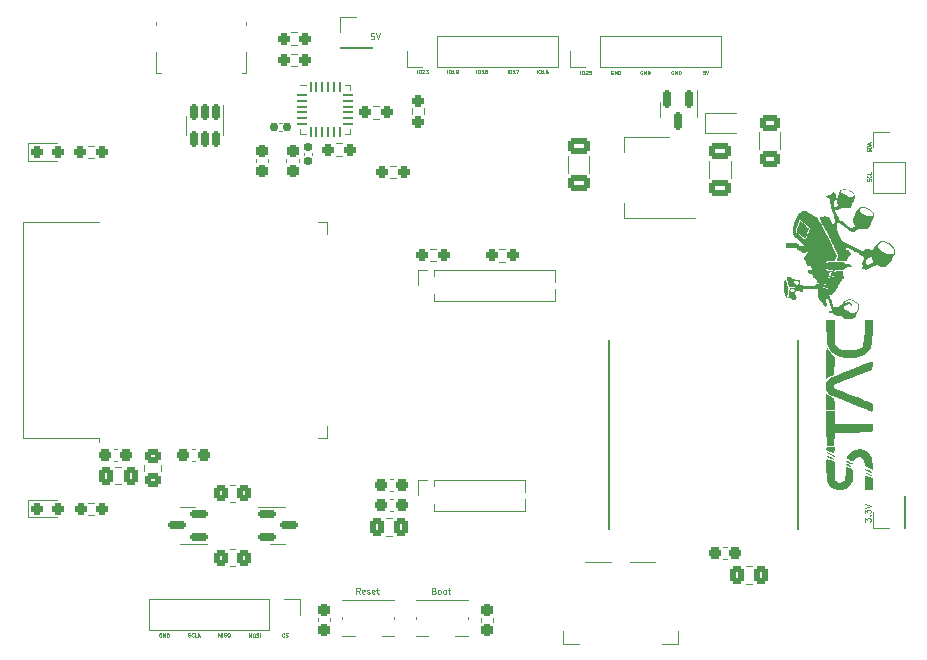
<source format=gto>
%TF.GenerationSoftware,KiCad,Pcbnew,6.0.6-3a73a75311~116~ubuntu20.04.1*%
%TF.CreationDate,2022-07-25T10:06:13-07:00*%
%TF.ProjectId,rover_controller,726f7665-725f-4636-9f6e-74726f6c6c65,rev?*%
%TF.SameCoordinates,Original*%
%TF.FileFunction,Legend,Top*%
%TF.FilePolarity,Positive*%
%FSLAX46Y46*%
G04 Gerber Fmt 4.6, Leading zero omitted, Abs format (unit mm)*
G04 Created by KiCad (PCBNEW 6.0.6-3a73a75311~116~ubuntu20.04.1) date 2022-07-25 10:06:13*
%MOMM*%
%LPD*%
G01*
G04 APERTURE LIST*
G04 Aperture macros list*
%AMRoundRect*
0 Rectangle with rounded corners*
0 $1 Rounding radius*
0 $2 $3 $4 $5 $6 $7 $8 $9 X,Y pos of 4 corners*
0 Add a 4 corners polygon primitive as box body*
4,1,4,$2,$3,$4,$5,$6,$7,$8,$9,$2,$3,0*
0 Add four circle primitives for the rounded corners*
1,1,$1+$1,$2,$3*
1,1,$1+$1,$4,$5*
1,1,$1+$1,$6,$7*
1,1,$1+$1,$8,$9*
0 Add four rect primitives between the rounded corners*
20,1,$1+$1,$2,$3,$4,$5,0*
20,1,$1+$1,$4,$5,$6,$7,0*
20,1,$1+$1,$6,$7,$8,$9,0*
20,1,$1+$1,$8,$9,$2,$3,0*%
G04 Aperture macros list end*
%ADD10C,0.075000*%
%ADD11C,0.125000*%
%ADD12C,0.120000*%
%ADD13C,0.203200*%
%ADD14RoundRect,0.250000X-0.337500X-0.475000X0.337500X-0.475000X0.337500X0.475000X-0.337500X0.475000X0*%
%ADD15R,1.000000X1.000000*%
%ADD16O,1.000000X1.000000*%
%ADD17RoundRect,0.150000X-0.150000X0.512500X-0.150000X-0.512500X0.150000X-0.512500X0.150000X0.512500X0*%
%ADD18RoundRect,0.150000X-0.587500X-0.150000X0.587500X-0.150000X0.587500X0.150000X-0.587500X0.150000X0*%
%ADD19RoundRect,0.237500X0.237500X-0.300000X0.237500X0.300000X-0.237500X0.300000X-0.237500X-0.300000X0*%
%ADD20RoundRect,0.250000X-0.625000X0.400000X-0.625000X-0.400000X0.625000X-0.400000X0.625000X0.400000X0*%
%ADD21RoundRect,0.237500X0.250000X0.237500X-0.250000X0.237500X-0.250000X-0.237500X0.250000X-0.237500X0*%
%ADD22R,0.889000X5.588000*%
%ADD23R,1.651000X5.588000*%
%ADD24RoundRect,0.150000X-0.150000X0.587500X-0.150000X-0.587500X0.150000X-0.587500X0.150000X0.587500X0*%
%ADD25RoundRect,0.155000X0.212500X0.155000X-0.212500X0.155000X-0.212500X-0.155000X0.212500X-0.155000X0*%
%ADD26RoundRect,0.250000X-0.650000X0.412500X-0.650000X-0.412500X0.650000X-0.412500X0.650000X0.412500X0*%
%ADD27RoundRect,0.237500X-0.250000X-0.237500X0.250000X-0.237500X0.250000X0.237500X-0.250000X0.237500X0*%
%ADD28C,0.900000*%
%ADD29C,8.600000*%
%ADD30RoundRect,0.150000X0.587500X0.150000X-0.587500X0.150000X-0.587500X-0.150000X0.587500X-0.150000X0*%
%ADD31RoundRect,0.237500X-0.287500X-0.237500X0.287500X-0.237500X0.287500X0.237500X-0.287500X0.237500X0*%
%ADD32RoundRect,0.250000X-0.350000X-0.450000X0.350000X-0.450000X0.350000X0.450000X-0.350000X0.450000X0*%
%ADD33RoundRect,0.237500X-0.237500X0.250000X-0.237500X-0.250000X0.237500X-0.250000X0.237500X0.250000X0*%
%ADD34R,0.450000X1.380000*%
%ADD35R,1.425000X1.550000*%
%ADD36R,1.800000X1.900000*%
%ADD37R,1.650000X1.300000*%
%ADD38R,1.000000X1.900000*%
%ADD39R,0.600000X0.450000*%
%ADD40RoundRect,0.250000X0.450000X-0.350000X0.450000X0.350000X-0.450000X0.350000X-0.450000X-0.350000X0*%
%ADD41RoundRect,0.250000X0.337500X0.475000X-0.337500X0.475000X-0.337500X-0.475000X0.337500X-0.475000X0*%
%ADD42R,0.900000X1.000000*%
%ADD43R,1.700000X0.550000*%
%ADD44RoundRect,0.155000X-0.155000X0.212500X-0.155000X-0.212500X0.155000X-0.212500X0.155000X0.212500X0*%
%ADD45R,1.700000X1.700000*%
%ADD46O,1.700000X1.700000*%
%ADD47R,1.200000X3.000000*%
%ADD48RoundRect,0.237500X-0.300000X-0.237500X0.300000X-0.237500X0.300000X0.237500X-0.300000X0.237500X0*%
%ADD49R,2.000000X1.500000*%
%ADD50R,2.000000X3.800000*%
%ADD51RoundRect,0.250000X0.650000X-0.412500X0.650000X0.412500X-0.650000X0.412500X-0.650000X-0.412500X0*%
%ADD52RoundRect,0.237500X0.300000X0.237500X-0.300000X0.237500X-0.300000X-0.237500X0.300000X-0.237500X0*%
%ADD53R,0.900000X2.000000*%
%ADD54R,2.000000X0.900000*%
%ADD55R,5.000000X5.000000*%
%ADD56RoundRect,0.250000X0.350000X0.450000X-0.350000X0.450000X-0.350000X-0.450000X0.350000X-0.450000X0*%
%ADD57RoundRect,0.237500X-0.237500X0.300000X-0.237500X-0.300000X0.237500X-0.300000X0.237500X0.300000X0*%
%ADD58RoundRect,0.062500X-0.350000X-0.062500X0.350000X-0.062500X0.350000X0.062500X-0.350000X0.062500X0*%
%ADD59RoundRect,0.062500X-0.062500X-0.350000X0.062500X-0.350000X0.062500X0.350000X-0.062500X0.350000X0*%
%ADD60R,2.600000X2.600000*%
G04 APERTURE END LIST*
D10*
X172648571Y-193735714D02*
X172648571Y-193435714D01*
X172748571Y-193650000D01*
X172848571Y-193435714D01*
X172848571Y-193735714D01*
X172991428Y-193735714D02*
X172991428Y-193435714D01*
X173120000Y-193721428D02*
X173162857Y-193735714D01*
X173234285Y-193735714D01*
X173262857Y-193721428D01*
X173277142Y-193707142D01*
X173291428Y-193678571D01*
X173291428Y-193650000D01*
X173277142Y-193621428D01*
X173262857Y-193607142D01*
X173234285Y-193592857D01*
X173177142Y-193578571D01*
X173148571Y-193564285D01*
X173134285Y-193550000D01*
X173120000Y-193521428D01*
X173120000Y-193492857D01*
X173134285Y-193464285D01*
X173148571Y-193450000D01*
X173177142Y-193435714D01*
X173248571Y-193435714D01*
X173291428Y-193450000D01*
X173477142Y-193435714D02*
X173534285Y-193435714D01*
X173562857Y-193450000D01*
X173591428Y-193478571D01*
X173605714Y-193535714D01*
X173605714Y-193635714D01*
X173591428Y-193692857D01*
X173562857Y-193721428D01*
X173534285Y-193735714D01*
X173477142Y-193735714D01*
X173448571Y-193721428D01*
X173420000Y-193692857D01*
X173405714Y-193635714D01*
X173405714Y-193535714D01*
X173420000Y-193478571D01*
X173448571Y-193450000D01*
X173477142Y-193435714D01*
X227861428Y-155167142D02*
X227875714Y-155124285D01*
X227875714Y-155052857D01*
X227861428Y-155024285D01*
X227847142Y-155010000D01*
X227818571Y-154995714D01*
X227790000Y-154995714D01*
X227761428Y-155010000D01*
X227747142Y-155024285D01*
X227732857Y-155052857D01*
X227718571Y-155110000D01*
X227704285Y-155138571D01*
X227690000Y-155152857D01*
X227661428Y-155167142D01*
X227632857Y-155167142D01*
X227604285Y-155152857D01*
X227590000Y-155138571D01*
X227575714Y-155110000D01*
X227575714Y-155038571D01*
X227590000Y-154995714D01*
X227847142Y-154695714D02*
X227861428Y-154710000D01*
X227875714Y-154752857D01*
X227875714Y-154781428D01*
X227861428Y-154824285D01*
X227832857Y-154852857D01*
X227804285Y-154867142D01*
X227747142Y-154881428D01*
X227704285Y-154881428D01*
X227647142Y-154867142D01*
X227618571Y-154852857D01*
X227590000Y-154824285D01*
X227575714Y-154781428D01*
X227575714Y-154752857D01*
X227590000Y-154710000D01*
X227604285Y-154695714D01*
X227875714Y-154424285D02*
X227875714Y-154567142D01*
X227575714Y-154567142D01*
X227851428Y-152654285D02*
X227865714Y-152611428D01*
X227865714Y-152540000D01*
X227851428Y-152511428D01*
X227837142Y-152497142D01*
X227808571Y-152482857D01*
X227780000Y-152482857D01*
X227751428Y-152497142D01*
X227737142Y-152511428D01*
X227722857Y-152540000D01*
X227708571Y-152597142D01*
X227694285Y-152625714D01*
X227680000Y-152640000D01*
X227651428Y-152654285D01*
X227622857Y-152654285D01*
X227594285Y-152640000D01*
X227580000Y-152625714D01*
X227565714Y-152597142D01*
X227565714Y-152525714D01*
X227580000Y-152482857D01*
X227865714Y-152354285D02*
X227565714Y-152354285D01*
X227565714Y-152282857D01*
X227580000Y-152240000D01*
X227608571Y-152211428D01*
X227637142Y-152197142D01*
X227694285Y-152182857D01*
X227737142Y-152182857D01*
X227794285Y-152197142D01*
X227822857Y-152211428D01*
X227851428Y-152240000D01*
X227865714Y-152282857D01*
X227865714Y-152354285D01*
X227780000Y-152068571D02*
X227780000Y-151925714D01*
X227865714Y-152097142D02*
X227565714Y-151997142D01*
X227865714Y-151897142D01*
X211161428Y-145840000D02*
X211132857Y-145825714D01*
X211090000Y-145825714D01*
X211047142Y-145840000D01*
X211018571Y-145868571D01*
X211004285Y-145897142D01*
X210990000Y-145954285D01*
X210990000Y-145997142D01*
X211004285Y-146054285D01*
X211018571Y-146082857D01*
X211047142Y-146111428D01*
X211090000Y-146125714D01*
X211118571Y-146125714D01*
X211161428Y-146111428D01*
X211175714Y-146097142D01*
X211175714Y-145997142D01*
X211118571Y-145997142D01*
X211304285Y-146125714D02*
X211304285Y-145825714D01*
X211475714Y-146125714D01*
X211475714Y-145825714D01*
X211618571Y-146125714D02*
X211618571Y-145825714D01*
X211690000Y-145825714D01*
X211732857Y-145840000D01*
X211761428Y-145868571D01*
X211775714Y-145897142D01*
X211790000Y-145954285D01*
X211790000Y-145997142D01*
X211775714Y-146054285D01*
X211761428Y-146082857D01*
X211732857Y-146111428D01*
X211690000Y-146125714D01*
X211618571Y-146125714D01*
D11*
X190910476Y-189864285D02*
X190981904Y-189888095D01*
X191005714Y-189911904D01*
X191029523Y-189959523D01*
X191029523Y-190030952D01*
X191005714Y-190078571D01*
X190981904Y-190102380D01*
X190934285Y-190126190D01*
X190743809Y-190126190D01*
X190743809Y-189626190D01*
X190910476Y-189626190D01*
X190958095Y-189650000D01*
X190981904Y-189673809D01*
X191005714Y-189721428D01*
X191005714Y-189769047D01*
X190981904Y-189816666D01*
X190958095Y-189840476D01*
X190910476Y-189864285D01*
X190743809Y-189864285D01*
X191315238Y-190126190D02*
X191267619Y-190102380D01*
X191243809Y-190078571D01*
X191220000Y-190030952D01*
X191220000Y-189888095D01*
X191243809Y-189840476D01*
X191267619Y-189816666D01*
X191315238Y-189792857D01*
X191386666Y-189792857D01*
X191434285Y-189816666D01*
X191458095Y-189840476D01*
X191481904Y-189888095D01*
X191481904Y-190030952D01*
X191458095Y-190078571D01*
X191434285Y-190102380D01*
X191386666Y-190126190D01*
X191315238Y-190126190D01*
X191767619Y-190126190D02*
X191720000Y-190102380D01*
X191696190Y-190078571D01*
X191672380Y-190030952D01*
X191672380Y-189888095D01*
X191696190Y-189840476D01*
X191720000Y-189816666D01*
X191767619Y-189792857D01*
X191839047Y-189792857D01*
X191886666Y-189816666D01*
X191910476Y-189840476D01*
X191934285Y-189888095D01*
X191934285Y-190030952D01*
X191910476Y-190078571D01*
X191886666Y-190102380D01*
X191839047Y-190126190D01*
X191767619Y-190126190D01*
X192077142Y-189792857D02*
X192267619Y-189792857D01*
X192148571Y-189626190D02*
X192148571Y-190054761D01*
X192172380Y-190102380D01*
X192220000Y-190126190D01*
X192267619Y-190126190D01*
D10*
X203297142Y-146125714D02*
X203297142Y-145825714D01*
X203497142Y-145825714D02*
X203554285Y-145825714D01*
X203582857Y-145840000D01*
X203611428Y-145868571D01*
X203625714Y-145925714D01*
X203625714Y-146025714D01*
X203611428Y-146082857D01*
X203582857Y-146111428D01*
X203554285Y-146125714D01*
X203497142Y-146125714D01*
X203468571Y-146111428D01*
X203440000Y-146082857D01*
X203425714Y-146025714D01*
X203425714Y-145925714D01*
X203440000Y-145868571D01*
X203468571Y-145840000D01*
X203497142Y-145825714D01*
X203740000Y-145854285D02*
X203754285Y-145840000D01*
X203782857Y-145825714D01*
X203854285Y-145825714D01*
X203882857Y-145840000D01*
X203897142Y-145854285D01*
X203911428Y-145882857D01*
X203911428Y-145911428D01*
X203897142Y-145954285D01*
X203725714Y-146125714D01*
X203911428Y-146125714D01*
X204182857Y-145825714D02*
X204040000Y-145825714D01*
X204025714Y-145968571D01*
X204040000Y-145954285D01*
X204068571Y-145940000D01*
X204140000Y-145940000D01*
X204168571Y-145954285D01*
X204182857Y-145968571D01*
X204197142Y-145997142D01*
X204197142Y-146068571D01*
X204182857Y-146097142D01*
X204168571Y-146111428D01*
X204140000Y-146125714D01*
X204068571Y-146125714D01*
X204040000Y-146111428D01*
X204025714Y-146097142D01*
X199617142Y-146055714D02*
X199617142Y-145755714D01*
X199817142Y-145755714D02*
X199874285Y-145755714D01*
X199902857Y-145770000D01*
X199931428Y-145798571D01*
X199945714Y-145855714D01*
X199945714Y-145955714D01*
X199931428Y-146012857D01*
X199902857Y-146041428D01*
X199874285Y-146055714D01*
X199817142Y-146055714D01*
X199788571Y-146041428D01*
X199760000Y-146012857D01*
X199745714Y-145955714D01*
X199745714Y-145855714D01*
X199760000Y-145798571D01*
X199788571Y-145770000D01*
X199817142Y-145755714D01*
X200231428Y-146055714D02*
X200060000Y-146055714D01*
X200145714Y-146055714D02*
X200145714Y-145755714D01*
X200117142Y-145798571D01*
X200088571Y-145827142D01*
X200060000Y-145841428D01*
X200488571Y-145755714D02*
X200431428Y-145755714D01*
X200402857Y-145770000D01*
X200388571Y-145784285D01*
X200360000Y-145827142D01*
X200345714Y-145884285D01*
X200345714Y-145998571D01*
X200360000Y-146027142D01*
X200374285Y-146041428D01*
X200402857Y-146055714D01*
X200460000Y-146055714D01*
X200488571Y-146041428D01*
X200502857Y-146027142D01*
X200517142Y-145998571D01*
X200517142Y-145927142D01*
X200502857Y-145898571D01*
X200488571Y-145884285D01*
X200460000Y-145870000D01*
X200402857Y-145870000D01*
X200374285Y-145884285D01*
X200360000Y-145898571D01*
X200345714Y-145927142D01*
D11*
X184620952Y-190106190D02*
X184454285Y-189868095D01*
X184335238Y-190106190D02*
X184335238Y-189606190D01*
X184525714Y-189606190D01*
X184573333Y-189630000D01*
X184597142Y-189653809D01*
X184620952Y-189701428D01*
X184620952Y-189772857D01*
X184597142Y-189820476D01*
X184573333Y-189844285D01*
X184525714Y-189868095D01*
X184335238Y-189868095D01*
X185025714Y-190082380D02*
X184978095Y-190106190D01*
X184882857Y-190106190D01*
X184835238Y-190082380D01*
X184811428Y-190034761D01*
X184811428Y-189844285D01*
X184835238Y-189796666D01*
X184882857Y-189772857D01*
X184978095Y-189772857D01*
X185025714Y-189796666D01*
X185049523Y-189844285D01*
X185049523Y-189891904D01*
X184811428Y-189939523D01*
X185240000Y-190082380D02*
X185287619Y-190106190D01*
X185382857Y-190106190D01*
X185430476Y-190082380D01*
X185454285Y-190034761D01*
X185454285Y-190010952D01*
X185430476Y-189963333D01*
X185382857Y-189939523D01*
X185311428Y-189939523D01*
X185263809Y-189915714D01*
X185240000Y-189868095D01*
X185240000Y-189844285D01*
X185263809Y-189796666D01*
X185311428Y-189772857D01*
X185382857Y-189772857D01*
X185430476Y-189796666D01*
X185859047Y-190082380D02*
X185811428Y-190106190D01*
X185716190Y-190106190D01*
X185668571Y-190082380D01*
X185644761Y-190034761D01*
X185644761Y-189844285D01*
X185668571Y-189796666D01*
X185716190Y-189772857D01*
X185811428Y-189772857D01*
X185859047Y-189796666D01*
X185882857Y-189844285D01*
X185882857Y-189891904D01*
X185644761Y-189939523D01*
X186025714Y-189772857D02*
X186216190Y-189772857D01*
X186097142Y-189606190D02*
X186097142Y-190034761D01*
X186120952Y-190082380D01*
X186168571Y-190106190D01*
X186216190Y-190106190D01*
D10*
X189477142Y-146055714D02*
X189477142Y-145755714D01*
X189677142Y-145755714D02*
X189734285Y-145755714D01*
X189762857Y-145770000D01*
X189791428Y-145798571D01*
X189805714Y-145855714D01*
X189805714Y-145955714D01*
X189791428Y-146012857D01*
X189762857Y-146041428D01*
X189734285Y-146055714D01*
X189677142Y-146055714D01*
X189648571Y-146041428D01*
X189620000Y-146012857D01*
X189605714Y-145955714D01*
X189605714Y-145855714D01*
X189620000Y-145798571D01*
X189648571Y-145770000D01*
X189677142Y-145755714D01*
X189920000Y-145784285D02*
X189934285Y-145770000D01*
X189962857Y-145755714D01*
X190034285Y-145755714D01*
X190062857Y-145770000D01*
X190077142Y-145784285D01*
X190091428Y-145812857D01*
X190091428Y-145841428D01*
X190077142Y-145884285D01*
X189905714Y-146055714D01*
X190091428Y-146055714D01*
X190191428Y-145755714D02*
X190377142Y-145755714D01*
X190277142Y-145870000D01*
X190320000Y-145870000D01*
X190348571Y-145884285D01*
X190362857Y-145898571D01*
X190377142Y-145927142D01*
X190377142Y-145998571D01*
X190362857Y-146027142D01*
X190348571Y-146041428D01*
X190320000Y-146055714D01*
X190234285Y-146055714D01*
X190205714Y-146041428D01*
X190191428Y-146027142D01*
X170082857Y-193731428D02*
X170125714Y-193745714D01*
X170197142Y-193745714D01*
X170225714Y-193731428D01*
X170240000Y-193717142D01*
X170254285Y-193688571D01*
X170254285Y-193660000D01*
X170240000Y-193631428D01*
X170225714Y-193617142D01*
X170197142Y-193602857D01*
X170140000Y-193588571D01*
X170111428Y-193574285D01*
X170097142Y-193560000D01*
X170082857Y-193531428D01*
X170082857Y-193502857D01*
X170097142Y-193474285D01*
X170111428Y-193460000D01*
X170140000Y-193445714D01*
X170211428Y-193445714D01*
X170254285Y-193460000D01*
X170554285Y-193717142D02*
X170540000Y-193731428D01*
X170497142Y-193745714D01*
X170468571Y-193745714D01*
X170425714Y-193731428D01*
X170397142Y-193702857D01*
X170382857Y-193674285D01*
X170368571Y-193617142D01*
X170368571Y-193574285D01*
X170382857Y-193517142D01*
X170397142Y-193488571D01*
X170425714Y-193460000D01*
X170468571Y-193445714D01*
X170497142Y-193445714D01*
X170540000Y-193460000D01*
X170554285Y-193474285D01*
X170825714Y-193745714D02*
X170682857Y-193745714D01*
X170682857Y-193445714D01*
X170925714Y-193745714D02*
X170925714Y-193445714D01*
X171097142Y-193745714D02*
X170968571Y-193574285D01*
X171097142Y-193445714D02*
X170925714Y-193617142D01*
X194497142Y-146055714D02*
X194497142Y-145755714D01*
X194697142Y-145755714D02*
X194754285Y-145755714D01*
X194782857Y-145770000D01*
X194811428Y-145798571D01*
X194825714Y-145855714D01*
X194825714Y-145955714D01*
X194811428Y-146012857D01*
X194782857Y-146041428D01*
X194754285Y-146055714D01*
X194697142Y-146055714D01*
X194668571Y-146041428D01*
X194640000Y-146012857D01*
X194625714Y-145955714D01*
X194625714Y-145855714D01*
X194640000Y-145798571D01*
X194668571Y-145770000D01*
X194697142Y-145755714D01*
X195111428Y-146055714D02*
X194940000Y-146055714D01*
X195025714Y-146055714D02*
X195025714Y-145755714D01*
X194997142Y-145798571D01*
X194968571Y-145827142D01*
X194940000Y-145841428D01*
X195282857Y-145884285D02*
X195254285Y-145870000D01*
X195240000Y-145855714D01*
X195225714Y-145827142D01*
X195225714Y-145812857D01*
X195240000Y-145784285D01*
X195254285Y-145770000D01*
X195282857Y-145755714D01*
X195340000Y-145755714D01*
X195368571Y-145770000D01*
X195382857Y-145784285D01*
X195397142Y-145812857D01*
X195397142Y-145827142D01*
X195382857Y-145855714D01*
X195368571Y-145870000D01*
X195340000Y-145884285D01*
X195282857Y-145884285D01*
X195254285Y-145898571D01*
X195240000Y-145912857D01*
X195225714Y-145941428D01*
X195225714Y-145998571D01*
X195240000Y-146027142D01*
X195254285Y-146041428D01*
X195282857Y-146055714D01*
X195340000Y-146055714D01*
X195368571Y-146041428D01*
X195382857Y-146027142D01*
X195397142Y-145998571D01*
X195397142Y-145941428D01*
X195382857Y-145912857D01*
X195368571Y-145898571D01*
X195340000Y-145884285D01*
D11*
X227376190Y-184008095D02*
X227376190Y-183698571D01*
X227566666Y-183865238D01*
X227566666Y-183793809D01*
X227590476Y-183746190D01*
X227614285Y-183722380D01*
X227661904Y-183698571D01*
X227780952Y-183698571D01*
X227828571Y-183722380D01*
X227852380Y-183746190D01*
X227876190Y-183793809D01*
X227876190Y-183936666D01*
X227852380Y-183984285D01*
X227828571Y-184008095D01*
X227828571Y-183484285D02*
X227852380Y-183460476D01*
X227876190Y-183484285D01*
X227852380Y-183508095D01*
X227828571Y-183484285D01*
X227876190Y-183484285D01*
X227376190Y-183293809D02*
X227376190Y-182984285D01*
X227566666Y-183150952D01*
X227566666Y-183079523D01*
X227590476Y-183031904D01*
X227614285Y-183008095D01*
X227661904Y-182984285D01*
X227780952Y-182984285D01*
X227828571Y-183008095D01*
X227852380Y-183031904D01*
X227876190Y-183079523D01*
X227876190Y-183222380D01*
X227852380Y-183270000D01*
X227828571Y-183293809D01*
X227376190Y-182841428D02*
X227876190Y-182674761D01*
X227376190Y-182508095D01*
D10*
X178220000Y-193727142D02*
X178205714Y-193741428D01*
X178162857Y-193755714D01*
X178134285Y-193755714D01*
X178091428Y-193741428D01*
X178062857Y-193712857D01*
X178048571Y-193684285D01*
X178034285Y-193627142D01*
X178034285Y-193584285D01*
X178048571Y-193527142D01*
X178062857Y-193498571D01*
X178091428Y-193470000D01*
X178134285Y-193455714D01*
X178162857Y-193455714D01*
X178205714Y-193470000D01*
X178220000Y-193484285D01*
X178334285Y-193741428D02*
X178377142Y-193755714D01*
X178448571Y-193755714D01*
X178477142Y-193741428D01*
X178491428Y-193727142D01*
X178505714Y-193698571D01*
X178505714Y-193670000D01*
X178491428Y-193641428D01*
X178477142Y-193627142D01*
X178448571Y-193612857D01*
X178391428Y-193598571D01*
X178362857Y-193584285D01*
X178348571Y-193570000D01*
X178334285Y-193541428D01*
X178334285Y-193512857D01*
X178348571Y-193484285D01*
X178362857Y-193470000D01*
X178391428Y-193455714D01*
X178462857Y-193455714D01*
X178505714Y-193470000D01*
X213822857Y-145825714D02*
X213680000Y-145825714D01*
X213665714Y-145968571D01*
X213680000Y-145954285D01*
X213708571Y-145940000D01*
X213780000Y-145940000D01*
X213808571Y-145954285D01*
X213822857Y-145968571D01*
X213837142Y-145997142D01*
X213837142Y-146068571D01*
X213822857Y-146097142D01*
X213808571Y-146111428D01*
X213780000Y-146125714D01*
X213708571Y-146125714D01*
X213680000Y-146111428D01*
X213665714Y-146097142D01*
X213922857Y-145825714D02*
X214022857Y-146125714D01*
X214122857Y-145825714D01*
X192017142Y-146055714D02*
X192017142Y-145755714D01*
X192217142Y-145755714D02*
X192274285Y-145755714D01*
X192302857Y-145770000D01*
X192331428Y-145798571D01*
X192345714Y-145855714D01*
X192345714Y-145955714D01*
X192331428Y-146012857D01*
X192302857Y-146041428D01*
X192274285Y-146055714D01*
X192217142Y-146055714D01*
X192188571Y-146041428D01*
X192160000Y-146012857D01*
X192145714Y-145955714D01*
X192145714Y-145855714D01*
X192160000Y-145798571D01*
X192188571Y-145770000D01*
X192217142Y-145755714D01*
X192631428Y-146055714D02*
X192460000Y-146055714D01*
X192545714Y-146055714D02*
X192545714Y-145755714D01*
X192517142Y-145798571D01*
X192488571Y-145827142D01*
X192460000Y-145841428D01*
X192774285Y-146055714D02*
X192831428Y-146055714D01*
X192860000Y-146041428D01*
X192874285Y-146027142D01*
X192902857Y-145984285D01*
X192917142Y-145927142D01*
X192917142Y-145812857D01*
X192902857Y-145784285D01*
X192888571Y-145770000D01*
X192860000Y-145755714D01*
X192802857Y-145755714D01*
X192774285Y-145770000D01*
X192760000Y-145784285D01*
X192745714Y-145812857D01*
X192745714Y-145884285D01*
X192760000Y-145912857D01*
X192774285Y-145927142D01*
X192802857Y-145941428D01*
X192860000Y-145941428D01*
X192888571Y-145927142D01*
X192902857Y-145912857D01*
X192917142Y-145884285D01*
X175218571Y-193775714D02*
X175218571Y-193475714D01*
X175318571Y-193690000D01*
X175418571Y-193475714D01*
X175418571Y-193775714D01*
X175618571Y-193475714D02*
X175675714Y-193475714D01*
X175704285Y-193490000D01*
X175732857Y-193518571D01*
X175747142Y-193575714D01*
X175747142Y-193675714D01*
X175732857Y-193732857D01*
X175704285Y-193761428D01*
X175675714Y-193775714D01*
X175618571Y-193775714D01*
X175590000Y-193761428D01*
X175561428Y-193732857D01*
X175547142Y-193675714D01*
X175547142Y-193575714D01*
X175561428Y-193518571D01*
X175590000Y-193490000D01*
X175618571Y-193475714D01*
X175861428Y-193761428D02*
X175904285Y-193775714D01*
X175975714Y-193775714D01*
X176004285Y-193761428D01*
X176018571Y-193747142D01*
X176032857Y-193718571D01*
X176032857Y-193690000D01*
X176018571Y-193661428D01*
X176004285Y-193647142D01*
X175975714Y-193632857D01*
X175918571Y-193618571D01*
X175890000Y-193604285D01*
X175875714Y-193590000D01*
X175861428Y-193561428D01*
X175861428Y-193532857D01*
X175875714Y-193504285D01*
X175890000Y-193490000D01*
X175918571Y-193475714D01*
X175990000Y-193475714D01*
X176032857Y-193490000D01*
X176161428Y-193775714D02*
X176161428Y-193475714D01*
X206051428Y-145840000D02*
X206022857Y-145825714D01*
X205980000Y-145825714D01*
X205937142Y-145840000D01*
X205908571Y-145868571D01*
X205894285Y-145897142D01*
X205880000Y-145954285D01*
X205880000Y-145997142D01*
X205894285Y-146054285D01*
X205908571Y-146082857D01*
X205937142Y-146111428D01*
X205980000Y-146125714D01*
X206008571Y-146125714D01*
X206051428Y-146111428D01*
X206065714Y-146097142D01*
X206065714Y-145997142D01*
X206008571Y-145997142D01*
X206194285Y-146125714D02*
X206194285Y-145825714D01*
X206365714Y-146125714D01*
X206365714Y-145825714D01*
X206508571Y-146125714D02*
X206508571Y-145825714D01*
X206580000Y-145825714D01*
X206622857Y-145840000D01*
X206651428Y-145868571D01*
X206665714Y-145897142D01*
X206680000Y-145954285D01*
X206680000Y-145997142D01*
X206665714Y-146054285D01*
X206651428Y-146082857D01*
X206622857Y-146111428D01*
X206580000Y-146125714D01*
X206508571Y-146125714D01*
X208531428Y-145840000D02*
X208502857Y-145825714D01*
X208460000Y-145825714D01*
X208417142Y-145840000D01*
X208388571Y-145868571D01*
X208374285Y-145897142D01*
X208360000Y-145954285D01*
X208360000Y-145997142D01*
X208374285Y-146054285D01*
X208388571Y-146082857D01*
X208417142Y-146111428D01*
X208460000Y-146125714D01*
X208488571Y-146125714D01*
X208531428Y-146111428D01*
X208545714Y-146097142D01*
X208545714Y-145997142D01*
X208488571Y-145997142D01*
X208674285Y-146125714D02*
X208674285Y-145825714D01*
X208845714Y-146125714D01*
X208845714Y-145825714D01*
X208988571Y-146125714D02*
X208988571Y-145825714D01*
X209060000Y-145825714D01*
X209102857Y-145840000D01*
X209131428Y-145868571D01*
X209145714Y-145897142D01*
X209160000Y-145954285D01*
X209160000Y-145997142D01*
X209145714Y-146054285D01*
X209131428Y-146082857D01*
X209102857Y-146111428D01*
X209060000Y-146125714D01*
X208988571Y-146125714D01*
D11*
X185814761Y-142676190D02*
X185576666Y-142676190D01*
X185552857Y-142914285D01*
X185576666Y-142890476D01*
X185624285Y-142866666D01*
X185743333Y-142866666D01*
X185790952Y-142890476D01*
X185814761Y-142914285D01*
X185838571Y-142961904D01*
X185838571Y-143080952D01*
X185814761Y-143128571D01*
X185790952Y-143152380D01*
X185743333Y-143176190D01*
X185624285Y-143176190D01*
X185576666Y-143152380D01*
X185552857Y-143128571D01*
X185981428Y-142676190D02*
X186148095Y-143176190D01*
X186314761Y-142676190D01*
D10*
X197127142Y-146055714D02*
X197127142Y-145755714D01*
X197327142Y-145755714D02*
X197384285Y-145755714D01*
X197412857Y-145770000D01*
X197441428Y-145798571D01*
X197455714Y-145855714D01*
X197455714Y-145955714D01*
X197441428Y-146012857D01*
X197412857Y-146041428D01*
X197384285Y-146055714D01*
X197327142Y-146055714D01*
X197298571Y-146041428D01*
X197270000Y-146012857D01*
X197255714Y-145955714D01*
X197255714Y-145855714D01*
X197270000Y-145798571D01*
X197298571Y-145770000D01*
X197327142Y-145755714D01*
X197741428Y-146055714D02*
X197570000Y-146055714D01*
X197655714Y-146055714D02*
X197655714Y-145755714D01*
X197627142Y-145798571D01*
X197598571Y-145827142D01*
X197570000Y-145841428D01*
X197841428Y-145755714D02*
X198041428Y-145755714D01*
X197912857Y-146055714D01*
X167811428Y-193490000D02*
X167782857Y-193475714D01*
X167740000Y-193475714D01*
X167697142Y-193490000D01*
X167668571Y-193518571D01*
X167654285Y-193547142D01*
X167640000Y-193604285D01*
X167640000Y-193647142D01*
X167654285Y-193704285D01*
X167668571Y-193732857D01*
X167697142Y-193761428D01*
X167740000Y-193775714D01*
X167768571Y-193775714D01*
X167811428Y-193761428D01*
X167825714Y-193747142D01*
X167825714Y-193647142D01*
X167768571Y-193647142D01*
X167954285Y-193775714D02*
X167954285Y-193475714D01*
X168125714Y-193775714D01*
X168125714Y-193475714D01*
X168268571Y-193775714D02*
X168268571Y-193475714D01*
X168340000Y-193475714D01*
X168382857Y-193490000D01*
X168411428Y-193518571D01*
X168425714Y-193547142D01*
X168440000Y-193604285D01*
X168440000Y-193647142D01*
X168425714Y-193704285D01*
X168411428Y-193732857D01*
X168382857Y-193761428D01*
X168340000Y-193775714D01*
X168268571Y-193775714D01*
D12*
X217308748Y-189245000D02*
X217831252Y-189245000D01*
X217308748Y-187775000D02*
X217831252Y-187775000D01*
X190930000Y-165335000D02*
X190930000Y-164765000D01*
X189535000Y-162675000D02*
X190295000Y-162675000D01*
X201150000Y-165335000D02*
X201150000Y-164312530D01*
X190930000Y-165335000D02*
X201150000Y-165335000D01*
X189535000Y-164005000D02*
X189535000Y-162675000D01*
X190930000Y-163245000D02*
X190930000Y-162675000D01*
X190930000Y-162675000D02*
X201150000Y-162675000D01*
X201150000Y-163697470D02*
X201150000Y-162675000D01*
X173060000Y-150500000D02*
X173060000Y-148700000D01*
X173060000Y-150500000D02*
X173060000Y-151300000D01*
X169940000Y-150500000D02*
X169940000Y-151300000D01*
X169940000Y-150500000D02*
X169940000Y-149700000D01*
X177670000Y-185880000D02*
X177020000Y-185880000D01*
X177670000Y-182760000D02*
X178320000Y-182760000D01*
X177670000Y-182760000D02*
X175995000Y-182760000D01*
X177670000Y-185880000D02*
X178320000Y-185880000D01*
X182100000Y-192456267D02*
X182100000Y-192163733D01*
X181080000Y-192456267D02*
X181080000Y-192163733D01*
X220230000Y-151042936D02*
X220230000Y-152497064D01*
X218410000Y-151042936D02*
X218410000Y-152497064D01*
X186264724Y-148837500D02*
X185755276Y-148837500D01*
X186264724Y-149882500D02*
X185755276Y-149882500D01*
X196949724Y-160937500D02*
X196440276Y-160937500D01*
X196949724Y-161982500D02*
X196440276Y-161982500D01*
X211569500Y-194331160D02*
X211569500Y-193256740D01*
X201790500Y-194331160D02*
X203172260Y-194331160D01*
X210187740Y-194331160D02*
X211569500Y-194331160D01*
X201790500Y-193256740D02*
X201790500Y-194331160D01*
X209646720Y-187422360D02*
X207457240Y-187422360D01*
X205902760Y-187422360D02*
X203713280Y-187422360D01*
X213130000Y-149137500D02*
X213130000Y-147462500D01*
X210010000Y-149137500D02*
X210010000Y-148487500D01*
X210010000Y-149137500D02*
X210010000Y-149787500D01*
X213130000Y-149137500D02*
X213130000Y-149787500D01*
X178035835Y-150950000D02*
X177804165Y-150950000D01*
X178035835Y-150230000D02*
X177804165Y-150230000D01*
X214200000Y-153456248D02*
X214200000Y-154878752D01*
X216020000Y-153456248D02*
X216020000Y-154878752D01*
X162129724Y-153247500D02*
X161620276Y-153247500D01*
X162129724Y-152202500D02*
X161620276Y-152202500D01*
X182585276Y-151977500D02*
X183094724Y-151977500D01*
X182585276Y-153022500D02*
X183094724Y-153022500D01*
X191054724Y-160907500D02*
X190545276Y-160907500D01*
X191054724Y-161952500D02*
X190545276Y-161952500D01*
X178832776Y-143632500D02*
X179342224Y-143632500D01*
X178832776Y-142587500D02*
X179342224Y-142587500D01*
X170040000Y-185890000D02*
X171715000Y-185890000D01*
X170040000Y-182770000D02*
X169390000Y-182770000D01*
X170040000Y-185890000D02*
X169390000Y-185890000D01*
X170040000Y-182770000D02*
X170690000Y-182770000D01*
X156540000Y-183635000D02*
X159000000Y-183635000D01*
X159000000Y-182165000D02*
X156540000Y-182165000D01*
X156540000Y-182165000D02*
X156540000Y-183635000D01*
X178832776Y-144387500D02*
X179342224Y-144387500D01*
X178832776Y-145432500D02*
X179342224Y-145432500D01*
X195910000Y-192476267D02*
X195910000Y-192183733D01*
X194890000Y-192476267D02*
X194890000Y-192183733D01*
X173622936Y-180865000D02*
X174077064Y-180865000D01*
X173622936Y-182335000D02*
X174077064Y-182335000D01*
X190092500Y-149025276D02*
X190092500Y-149534724D01*
X189047500Y-149025276D02*
X189047500Y-149534724D01*
X167390000Y-141960000D02*
X167390000Y-141700000D01*
X167390000Y-146010000D02*
X167390000Y-144240000D01*
X175010000Y-146010000D02*
X174630000Y-146010000D01*
X167390000Y-146010000D02*
X167770000Y-146010000D01*
X175010000Y-141700000D02*
X175010000Y-141960000D01*
X175010000Y-144240000D02*
X175010000Y-146010000D01*
G36*
X224192449Y-178131357D02*
G01*
X224479078Y-178247551D01*
X224665020Y-178329231D01*
X224768832Y-178385580D01*
X224809074Y-178425785D01*
X224811575Y-178437763D01*
X224781113Y-178493725D01*
X224775721Y-178494368D01*
X224675063Y-178468217D01*
X224519104Y-178403119D01*
X224347816Y-178319110D01*
X224201173Y-178236222D01*
X224119149Y-178174492D01*
X224113074Y-178162255D01*
X224157933Y-178123881D01*
X224192449Y-178131357D01*
G37*
G36*
X227307633Y-177945330D02*
G01*
X227606979Y-178103757D01*
X227841047Y-178348116D01*
X227899266Y-178446226D01*
X227952596Y-178604615D01*
X227999917Y-178841871D01*
X228031895Y-179109905D01*
X228034265Y-179141943D01*
X228068609Y-179643016D01*
X227725967Y-179493065D01*
X227533633Y-179403794D01*
X227427509Y-179326239D01*
X227376635Y-179223130D01*
X227350047Y-179057201D01*
X227347780Y-179037848D01*
X227285268Y-178781043D01*
X227160857Y-178627471D01*
X226959788Y-178562437D01*
X226865661Y-178557868D01*
X226696742Y-178596126D01*
X226534385Y-178690170D01*
X226423040Y-178808910D01*
X226399075Y-178884238D01*
X226350267Y-178890260D01*
X226230923Y-178852690D01*
X226081661Y-178789368D01*
X225943098Y-178718132D01*
X225855852Y-178656821D01*
X225844904Y-178640851D01*
X225865556Y-178535706D01*
X225955187Y-178384118D01*
X226086568Y-178222547D01*
X226232472Y-178087456D01*
X226285301Y-178051109D01*
X226620056Y-177912460D01*
X226969746Y-177879383D01*
X227307633Y-177945330D01*
G37*
G36*
X227596790Y-179885087D02*
G01*
X227769380Y-179947353D01*
X227923712Y-180017509D01*
X228015761Y-180079396D01*
X228021415Y-180086870D01*
X228014582Y-180141829D01*
X227995587Y-180145368D01*
X227892118Y-180121977D01*
X227740306Y-180063833D01*
X227578040Y-179988978D01*
X227443208Y-179915454D01*
X227373700Y-179861306D01*
X227372921Y-179848855D01*
X227449963Y-179846869D01*
X227596790Y-179885087D01*
G37*
G36*
X227461261Y-180105016D02*
G01*
X227612493Y-180164476D01*
X227736678Y-180216688D01*
X228050075Y-180351508D01*
X228050075Y-181288368D01*
X227351575Y-181288368D01*
X227351575Y-180685118D01*
X227355075Y-180425896D01*
X227364484Y-180222472D01*
X227378162Y-180102425D01*
X227387428Y-180081868D01*
X227461261Y-180105016D01*
G37*
G36*
X227602159Y-179600336D02*
G01*
X227732575Y-179649354D01*
X227904824Y-179733096D01*
X228016936Y-179809517D01*
X228055909Y-179863243D01*
X228008743Y-179878900D01*
X227907200Y-179855853D01*
X227708752Y-179780471D01*
X227538516Y-179691751D01*
X227432699Y-179610301D01*
X227415075Y-179575757D01*
X227467344Y-179565504D01*
X227602159Y-179600336D01*
G37*
G36*
X228037260Y-170487848D02*
G01*
X228044483Y-170610713D01*
X228037610Y-170785892D01*
X228018325Y-171158121D01*
X226589575Y-171699075D01*
X226074146Y-171894313D01*
X225665145Y-172050002D01*
X225350269Y-172171661D01*
X225117213Y-172264812D01*
X224953671Y-172334976D01*
X224847339Y-172387673D01*
X224785912Y-172428424D01*
X224757085Y-172462750D01*
X224748555Y-172496172D01*
X224748075Y-172525297D01*
X224754591Y-172587857D01*
X224784072Y-172644352D01*
X224851411Y-172702774D01*
X224971504Y-172771115D01*
X225159246Y-172857368D01*
X225429532Y-172969527D01*
X225797258Y-173115583D01*
X225986325Y-173189733D01*
X226374989Y-173342271D01*
X226762730Y-173495118D01*
X227117864Y-173635738D01*
X227408704Y-173751593D01*
X227557950Y-173811598D01*
X228050075Y-174010851D01*
X228050075Y-174347610D01*
X228039438Y-174534942D01*
X228012093Y-174657208D01*
X227987566Y-174684368D01*
X227914813Y-174661794D01*
X227739238Y-174597929D01*
X227475974Y-174498560D01*
X227140151Y-174369473D01*
X226746901Y-174216455D01*
X226311356Y-174045291D01*
X226161941Y-173986215D01*
X225560193Y-173744638D01*
X225075641Y-173542762D01*
X224705296Y-173379246D01*
X224446170Y-173252746D01*
X224295273Y-173161920D01*
X224262151Y-173132634D01*
X224123548Y-172887391D01*
X224071392Y-172594154D01*
X224103697Y-172294071D01*
X224218479Y-172028292D01*
X224321292Y-171906776D01*
X224416128Y-171851121D01*
X224613396Y-171758583D01*
X224896362Y-171636196D01*
X225248292Y-171490994D01*
X225652454Y-171330011D01*
X226092112Y-171160279D01*
X226145075Y-171140182D01*
X226585416Y-170973366D01*
X226990844Y-170819696D01*
X227345037Y-170685365D01*
X227631674Y-170576567D01*
X227834432Y-170499494D01*
X227936990Y-170460339D01*
X227942360Y-170458260D01*
X228005685Y-170445515D01*
X228037260Y-170487848D01*
G37*
G36*
X225942187Y-178885760D02*
G01*
X225985726Y-178902776D01*
X226223140Y-179008573D01*
X226349204Y-179082515D01*
X226373703Y-179130893D01*
X226359604Y-179143229D01*
X226270200Y-179139300D01*
X226121544Y-179090313D01*
X225958064Y-179016493D01*
X225824188Y-178938066D01*
X225764344Y-178875258D01*
X225764075Y-178872114D01*
X225814877Y-178853713D01*
X225942187Y-178885760D01*
G37*
G36*
X224219964Y-178708108D02*
G01*
X224374205Y-178767783D01*
X224498178Y-178819688D01*
X224811575Y-178954508D01*
X224811575Y-179704079D01*
X224812678Y-180023458D01*
X224819180Y-180241052D01*
X224835867Y-180382074D01*
X224867527Y-180471738D01*
X224918948Y-180535256D01*
X224978888Y-180585260D01*
X225202838Y-180700387D01*
X225420962Y-180688673D01*
X225582409Y-180595484D01*
X225657012Y-180521358D01*
X225704367Y-180425421D01*
X225732536Y-180276481D01*
X225749579Y-180043346D01*
X225754710Y-179928734D01*
X225766929Y-179683470D01*
X225780386Y-179495399D01*
X225792829Y-179393505D01*
X225797076Y-179383368D01*
X225861727Y-179406163D01*
X226004697Y-179464352D01*
X226108060Y-179508112D01*
X226399075Y-179632855D01*
X226393617Y-180000237D01*
X226382206Y-180233384D01*
X226358773Y-180437228D01*
X226339744Y-180526780D01*
X226208587Y-180851401D01*
X226034124Y-181077468D01*
X225795627Y-181231403D01*
X225782261Y-181237411D01*
X225463619Y-181327895D01*
X225121733Y-181342632D01*
X224801870Y-181283956D01*
X224577125Y-181175290D01*
X224426542Y-181048684D01*
X224314058Y-180899627D01*
X224233708Y-180707641D01*
X224179526Y-180452247D01*
X224145547Y-180112969D01*
X224125804Y-179669329D01*
X224124466Y-179621493D01*
X224118348Y-179293072D01*
X224118371Y-179014967D01*
X224124122Y-178809290D01*
X224135186Y-178698155D01*
X224142007Y-178684868D01*
X224219964Y-178708108D01*
G37*
G36*
X224811575Y-177959910D02*
G01*
X224802355Y-178126957D01*
X224778946Y-178221253D01*
X224763652Y-178229785D01*
X224681071Y-178195748D01*
X224523208Y-178132243D01*
X224414402Y-178088867D01*
X224227248Y-178001799D01*
X224136083Y-177918270D01*
X224113075Y-177818992D01*
X224123386Y-177732900D01*
X224174949Y-177688064D01*
X224298706Y-177671184D01*
X224462325Y-177668868D01*
X224811575Y-177668868D01*
X224811575Y-177959910D01*
G37*
G36*
X224811575Y-175763868D02*
G01*
X228050075Y-175763868D01*
X228050075Y-176070785D01*
X228041974Y-176258898D01*
X228021396Y-176389900D01*
X228007741Y-176420035D01*
X227935081Y-176431686D01*
X227753114Y-176442109D01*
X227479529Y-176450844D01*
X227132017Y-176457425D01*
X226728267Y-176461390D01*
X226390963Y-176462368D01*
X224816519Y-176462368D01*
X224779825Y-177573618D01*
X224144825Y-177573618D01*
X224127779Y-176097243D01*
X224110734Y-174620868D01*
X224811575Y-174620868D01*
X224811575Y-175763868D01*
G37*
G36*
X224811575Y-167860648D02*
G01*
X224818473Y-168315038D01*
X224843246Y-168662093D01*
X224892009Y-168920934D01*
X224970879Y-169110681D01*
X225085971Y-169250454D01*
X225243401Y-169359373D01*
X225300532Y-169389255D01*
X225540796Y-169466393D01*
X225852502Y-169508791D01*
X226193269Y-169516694D01*
X226520715Y-169490347D01*
X226792458Y-169429997D01*
X226907075Y-169379958D01*
X227064192Y-169272501D01*
X227180162Y-169145590D01*
X227260898Y-168979186D01*
X227312314Y-168753253D01*
X227340321Y-168447751D01*
X227350835Y-168042643D01*
X227351476Y-167873993D01*
X227351575Y-166937368D01*
X228050075Y-166937368D01*
X228042126Y-167778743D01*
X228035711Y-168118384D01*
X228023967Y-168435126D01*
X228008517Y-168695225D01*
X227990985Y-168864938D01*
X227989450Y-168874118D01*
X227863042Y-169296992D01*
X227645257Y-169634034D01*
X227331248Y-169890542D01*
X226916166Y-170071816D01*
X226885158Y-170081244D01*
X226540872Y-170147457D01*
X226131742Y-170171930D01*
X225712776Y-170154922D01*
X225338985Y-170096692D01*
X225251725Y-170073575D01*
X224940979Y-169932177D01*
X224648058Y-169712182D01*
X224407222Y-169445627D01*
X224252734Y-169164550D01*
X224240628Y-169128118D01*
X224211028Y-168974463D01*
X224181954Y-168723890D01*
X224156114Y-168406464D01*
X224136217Y-168052248D01*
X224130487Y-167905743D01*
X224097632Y-166937368D01*
X224811575Y-166937368D01*
X224811575Y-167860648D01*
G37*
G36*
X224245289Y-178461373D02*
G01*
X224409265Y-178511390D01*
X224515918Y-178553622D01*
X224717388Y-178649278D01*
X224805764Y-178714010D01*
X224777703Y-178744828D01*
X224732200Y-178746974D01*
X224626560Y-178722778D01*
X224479536Y-178664700D01*
X224326575Y-178590651D01*
X224203125Y-178518542D01*
X224144635Y-178466284D01*
X224150793Y-178453209D01*
X224245289Y-178461373D01*
G37*
G36*
X224234539Y-169283298D02*
G01*
X224240075Y-169325086D01*
X224281086Y-169417417D01*
X224388184Y-169565922D01*
X224525825Y-169724799D01*
X224811575Y-170030289D01*
X224811575Y-170790995D01*
X224808229Y-171089933D01*
X224799120Y-171341038D01*
X224785641Y-171517896D01*
X224769241Y-171594035D01*
X224673859Y-171632793D01*
X224632360Y-171636368D01*
X224525050Y-171672788D01*
X224373183Y-171763618D01*
X224325443Y-171798350D01*
X224113075Y-171960332D01*
X224113075Y-170556353D01*
X224115855Y-170044566D01*
X224124117Y-169650113D01*
X224137748Y-169375481D01*
X224156629Y-169223159D01*
X224176575Y-169191618D01*
X224234539Y-169283298D01*
G37*
G36*
X225921224Y-179155601D02*
G01*
X226132596Y-179250040D01*
X226147604Y-179257659D01*
X226328498Y-179359757D01*
X226399088Y-179424086D01*
X226355256Y-179446862D01*
X226353572Y-179446868D01*
X226246547Y-179423329D01*
X226090698Y-179365620D01*
X225929488Y-179293105D01*
X225806381Y-179225145D01*
X225764075Y-179184242D01*
X225801702Y-179134303D01*
X225921224Y-179155601D01*
G37*
G36*
X224287700Y-173270265D02*
G01*
X224472323Y-173381509D01*
X224636950Y-173463728D01*
X224723639Y-173507138D01*
X224775523Y-173565402D01*
X224801523Y-173668370D01*
X224810561Y-173845893D01*
X224811575Y-174048007D01*
X224811575Y-174557368D01*
X224113075Y-174557368D01*
X224113075Y-173151721D01*
X224287700Y-173270265D01*
G37*
X162154724Y-183447500D02*
X161645276Y-183447500D01*
X162154724Y-182402500D02*
X161645276Y-182402500D01*
X213880000Y-149370000D02*
X213880000Y-151070000D01*
X213880000Y-149370000D02*
X216430000Y-149370000D01*
X213880000Y-151070000D02*
X216430000Y-151070000D01*
X166355000Y-179697064D02*
X166355000Y-179242936D01*
X167825000Y-179697064D02*
X167825000Y-179242936D01*
X164431252Y-179385000D02*
X163908748Y-179385000D01*
X164431252Y-180855000D02*
X163908748Y-180855000D01*
X189535000Y-181785000D02*
X189535000Y-180455000D01*
X190930000Y-183115000D02*
X198610000Y-183115000D01*
X198610000Y-183115000D02*
X198610000Y-182092530D01*
X190930000Y-181025000D02*
X190930000Y-180455000D01*
X198610000Y-181477470D02*
X198610000Y-180455000D01*
X190930000Y-180455000D02*
X198610000Y-180455000D01*
X189535000Y-180455000D02*
X190295000Y-180455000D01*
X190930000Y-183115000D02*
X190930000Y-182545000D01*
X189340000Y-193710000D02*
X190390000Y-193710000D01*
X192690000Y-193710000D02*
X193740000Y-193710000D01*
X193740000Y-192110000D02*
X193740000Y-192210000D01*
X189340000Y-192110000D02*
X189340000Y-192210000D01*
X193740000Y-190610000D02*
X189340000Y-190610000D01*
X180610000Y-152761665D02*
X180610000Y-152993335D01*
X179890000Y-152761665D02*
X179890000Y-152993335D01*
X228080000Y-152315000D02*
X228080000Y-150985000D01*
X228080000Y-153585000D02*
X230740000Y-153585000D01*
X230740000Y-153585000D02*
X230740000Y-156185000D01*
X228080000Y-156185000D02*
X230740000Y-156185000D01*
X228080000Y-153585000D02*
X228080000Y-156185000D01*
X228080000Y-150985000D02*
X229410000Y-150985000D01*
X204985000Y-145520000D02*
X204985000Y-142860000D01*
X204985000Y-142860000D02*
X215205000Y-142860000D01*
X204985000Y-145520000D02*
X215205000Y-145520000D01*
X202385000Y-145520000D02*
X202385000Y-144190000D01*
X215205000Y-145520000D02*
X215205000Y-142860000D01*
X203715000Y-145520000D02*
X202385000Y-145520000D01*
D13*
X221680000Y-168630000D02*
X221680000Y-184630000D01*
X205680000Y-184630000D02*
X205680000Y-168630000D01*
D12*
X215393733Y-186190000D02*
X215686267Y-186190000D01*
X215393733Y-187210000D02*
X215686267Y-187210000D01*
X210760000Y-151457500D02*
X207000000Y-151457500D01*
X207000000Y-158277500D02*
X207000000Y-157017500D01*
X207000000Y-151457500D02*
X207000000Y-152717500D01*
X213010000Y-158277500D02*
X207000000Y-158277500D01*
G36*
X226252307Y-166873237D02*
G01*
X226175291Y-166880166D01*
X226059546Y-166881524D01*
X226029267Y-166881531D01*
X225904368Y-166878249D01*
X225796817Y-166869479D01*
X225723613Y-166856842D01*
X225707383Y-166850871D01*
X225659509Y-166815383D01*
X225586813Y-166750482D01*
X225504200Y-166669545D01*
X225495983Y-166661101D01*
X225393682Y-166565021D01*
X225311343Y-166514726D01*
X225237068Y-166507066D01*
X225158958Y-166538894D01*
X225123252Y-166562490D01*
X225034594Y-166607765D01*
X224962172Y-166599728D01*
X224896217Y-166536271D01*
X224878442Y-166509669D01*
X224794130Y-166424251D01*
X224668145Y-166373567D01*
X224496908Y-166356198D01*
X224491213Y-166356177D01*
X224413332Y-166353099D01*
X224377534Y-166336517D01*
X224367546Y-166294996D01*
X224367132Y-166268984D01*
X224378108Y-166202454D01*
X224422130Y-166169948D01*
X224447420Y-166162775D01*
X224533698Y-166134779D01*
X224572921Y-166093992D01*
X224574836Y-166024192D01*
X224563853Y-165969004D01*
X224539780Y-165881624D01*
X224502048Y-165762774D01*
X224458028Y-165635459D01*
X224449312Y-165611531D01*
X224378027Y-165419118D01*
X224322794Y-165276552D01*
X224279870Y-165178750D01*
X224245511Y-165120626D01*
X224215973Y-165097095D01*
X224187514Y-165103074D01*
X224156389Y-165133476D01*
X224126376Y-165172895D01*
X224099454Y-165215899D01*
X224089940Y-165259423D01*
X224097419Y-165322109D01*
X224120890Y-165420304D01*
X224153548Y-165585154D01*
X224155479Y-165703653D01*
X224126805Y-165774528D01*
X224085177Y-165795680D01*
X224010219Y-165777121D01*
X223929727Y-165701841D01*
X223844963Y-165571112D01*
X223825030Y-165533403D01*
X223775112Y-165452037D01*
X223724495Y-165394594D01*
X223700554Y-165379529D01*
X223656854Y-165345394D01*
X223602710Y-165276089D01*
X223567241Y-165217695D01*
X223519216Y-165135148D01*
X223478633Y-165075243D01*
X223460635Y-165055929D01*
X223445702Y-165017913D01*
X223450588Y-164967231D01*
X223445998Y-164877131D01*
X223419602Y-164821173D01*
X223391029Y-164756029D01*
X223377857Y-164663393D01*
X223377515Y-164536731D01*
X223384338Y-164326934D01*
X222779530Y-164319038D01*
X222174721Y-164311143D01*
X222116342Y-164443119D01*
X222061269Y-164536795D01*
X221999802Y-164574120D01*
X221924966Y-164557129D01*
X221864294Y-164516704D01*
X221785144Y-164478177D01*
X221685878Y-164459357D01*
X221602688Y-164462860D01*
X221593097Y-164463264D01*
X221546967Y-164480657D01*
X221524232Y-164520457D01*
X221503685Y-164596341D01*
X221496923Y-164637208D01*
X221490030Y-164728046D01*
X221503223Y-164784512D01*
X221536227Y-164824205D01*
X221576293Y-164893469D01*
X221592815Y-164991164D01*
X221584546Y-165091754D01*
X221552928Y-165166302D01*
X221494135Y-165204349D01*
X221407652Y-165220239D01*
X221316075Y-165214460D01*
X221242001Y-165187498D01*
X221241168Y-165186649D01*
X221214029Y-165159003D01*
X221181204Y-165122196D01*
X221122994Y-165104633D01*
X221036506Y-165100612D01*
X220890233Y-165100612D01*
X220906000Y-165005727D01*
X220915209Y-164945116D01*
X220929140Y-164847399D01*
X220945967Y-164726087D01*
X220963865Y-164594694D01*
X220981009Y-164466734D01*
X220985944Y-164429118D01*
X221068052Y-164429118D01*
X221092683Y-164504750D01*
X221155785Y-164555797D01*
X221241168Y-164578210D01*
X221332643Y-164567942D01*
X221414021Y-164520947D01*
X221418397Y-164516704D01*
X221466981Y-164455969D01*
X221466856Y-164405986D01*
X221417392Y-164346891D01*
X221412891Y-164342669D01*
X221328531Y-164292881D01*
X221236222Y-164280961D01*
X221151615Y-164302986D01*
X221090359Y-164355033D01*
X221068052Y-164429118D01*
X220985944Y-164429118D01*
X220995572Y-164355720D01*
X221005731Y-164275164D01*
X221009658Y-164238580D01*
X221009661Y-164238344D01*
X221036551Y-164232030D01*
X221108009Y-164227277D01*
X221210218Y-164224886D01*
X221243224Y-164224750D01*
X221363063Y-164222687D01*
X221434983Y-164215203D01*
X221469352Y-164200354D01*
X221476787Y-164180957D01*
X221473637Y-164156049D01*
X221456984Y-164140747D01*
X221416024Y-164133326D01*
X221339954Y-164132062D01*
X221217970Y-164135230D01*
X221195021Y-164135982D01*
X220986244Y-164142885D01*
X220864676Y-163757289D01*
X220834282Y-163656509D01*
X221416095Y-163656509D01*
X221418024Y-163710504D01*
X221452410Y-163800913D01*
X221472260Y-163844169D01*
X221522254Y-163921219D01*
X221585736Y-163954129D01*
X221602688Y-163956802D01*
X221691827Y-163949697D01*
X221745521Y-163900631D01*
X221767665Y-163805205D01*
X221768741Y-163769203D01*
X221764134Y-163687041D01*
X221744650Y-163644999D01*
X221701791Y-163625155D01*
X221700269Y-163624769D01*
X221625154Y-163615689D01*
X221530897Y-163615983D01*
X221517797Y-163616914D01*
X221448671Y-163628715D01*
X221416095Y-163656509D01*
X220834282Y-163656509D01*
X220821453Y-163613970D01*
X220787330Y-163488675D01*
X220765140Y-163392792D01*
X220757714Y-163337709D01*
X220758686Y-163331095D01*
X220800736Y-163302187D01*
X220898188Y-163290719D01*
X220918918Y-163290497D01*
X221028985Y-163299879D01*
X221110664Y-163333874D01*
X221150314Y-163363486D01*
X221254533Y-163422679D01*
X221355894Y-163436474D01*
X221445551Y-163445929D01*
X221495590Y-163478436D01*
X221505207Y-163493415D01*
X221538102Y-163528684D01*
X221599216Y-163548928D01*
X221703303Y-163559105D01*
X221870925Y-163567853D01*
X221879617Y-163750325D01*
X221885546Y-163849767D01*
X221895976Y-163904337D01*
X221917928Y-163927498D01*
X221958426Y-163932717D01*
X221974788Y-163932796D01*
X222061574Y-163954127D01*
X222111263Y-163991187D01*
X222133548Y-164012659D01*
X222163977Y-164028128D01*
X222211608Y-164038568D01*
X222285502Y-164044955D01*
X222394718Y-164048261D01*
X222548314Y-164049462D01*
X222654189Y-164049577D01*
X222834405Y-164049344D01*
X222965389Y-164047843D01*
X223056297Y-164043877D01*
X223116286Y-164036248D01*
X223154515Y-164023757D01*
X223180142Y-164005206D01*
X223202322Y-163979397D01*
X223203678Y-163977675D01*
X223272779Y-163921555D01*
X223360264Y-163887009D01*
X223361156Y-163886839D01*
X223434642Y-163863605D01*
X223461769Y-163834140D01*
X223437404Y-163805364D01*
X223425505Y-163800149D01*
X223394605Y-163768994D01*
X223347154Y-163699912D01*
X223292830Y-163607145D01*
X223286827Y-163596062D01*
X223228388Y-163493776D01*
X223180658Y-163431533D01*
X223130713Y-163395981D01*
X223073732Y-163375918D01*
X222981927Y-163336765D01*
X222943020Y-163285431D01*
X222959512Y-163225596D01*
X222965940Y-163217283D01*
X222985422Y-163174358D01*
X222966474Y-163120964D01*
X222953936Y-163100873D01*
X222908705Y-163048422D01*
X222870195Y-163027576D01*
X222750505Y-163007866D01*
X222644635Y-162956785D01*
X222573468Y-162884778D01*
X222569177Y-162877047D01*
X222542786Y-162808948D01*
X222552266Y-162765068D01*
X222603871Y-162740971D01*
X222703855Y-162732221D01*
X222773376Y-162732205D01*
X222884849Y-162731222D01*
X222944843Y-162717402D01*
X222960204Y-162680723D01*
X222937775Y-162611160D01*
X222904518Y-162540139D01*
X222854681Y-162451091D01*
X222799940Y-162396654D01*
X222722097Y-162364644D01*
X222611817Y-162344145D01*
X222476846Y-162324583D01*
X222354920Y-162054718D01*
X222232993Y-161784852D01*
X222324513Y-161545186D01*
X222378572Y-161419098D01*
X222433522Y-161317289D01*
X222481196Y-161254637D01*
X222486525Y-161250071D01*
X222536548Y-161201127D01*
X222557017Y-161162330D01*
X222538798Y-161132056D01*
X222492703Y-161140051D01*
X222431577Y-161182733D01*
X222411040Y-161203026D01*
X222327181Y-161261750D01*
X222325802Y-161261879D01*
X222228513Y-161270989D01*
X222109497Y-161230386D01*
X222019924Y-161177972D01*
X221911543Y-161107425D01*
X221798608Y-161035076D01*
X221743456Y-161000294D01*
X221666971Y-160943826D01*
X221614030Y-160888621D01*
X221601373Y-160864773D01*
X221567888Y-160815664D01*
X221515809Y-160817794D01*
X221487528Y-160839021D01*
X221444824Y-160851665D01*
X221351552Y-160859582D01*
X221215375Y-160862343D01*
X221095896Y-160860918D01*
X220734397Y-160852681D01*
X220706731Y-160756053D01*
X220694251Y-160632025D01*
X220705685Y-160551685D01*
X220732305Y-160443945D01*
X221097247Y-160449697D01*
X221252403Y-160452024D01*
X221400054Y-160454028D01*
X221522852Y-160455486D01*
X221599684Y-160456157D01*
X221686951Y-160460888D01*
X221737520Y-160480891D01*
X221772888Y-160526622D01*
X221782905Y-160545290D01*
X221810048Y-160591693D01*
X221841761Y-160618144D01*
X221893825Y-160630240D01*
X221982025Y-160633578D01*
X222032250Y-160633715D01*
X222148346Y-160630180D01*
X222213744Y-160618665D01*
X222235761Y-160597808D01*
X222235868Y-160595768D01*
X222214907Y-160565374D01*
X222156572Y-160503466D01*
X222067678Y-160416689D01*
X221955044Y-160311691D01*
X221825489Y-160195121D01*
X221819833Y-160190119D01*
X221685375Y-160070643D01*
X221562901Y-159960621D01*
X221460428Y-159867349D01*
X221385968Y-159798119D01*
X221347858Y-159760583D01*
X221309882Y-159685109D01*
X221285752Y-159566889D01*
X221276127Y-159420062D01*
X221277148Y-159390325D01*
X221505983Y-159390325D01*
X221527189Y-159421994D01*
X221586166Y-159484474D01*
X221675948Y-159571047D01*
X221789570Y-159674998D01*
X221919478Y-159789099D01*
X222071045Y-159919786D01*
X222184557Y-160014402D01*
X222267110Y-160073904D01*
X222325802Y-160099248D01*
X222367727Y-160091387D01*
X222399984Y-160051279D01*
X222429667Y-159979878D01*
X222463875Y-159878139D01*
X222468911Y-159863070D01*
X222509059Y-159749647D01*
X222561842Y-159608856D01*
X222617287Y-159467165D01*
X222629582Y-159436704D01*
X222673423Y-159323865D01*
X222706117Y-159230069D01*
X222722956Y-159169317D01*
X222724026Y-159156018D01*
X222700613Y-159126248D01*
X222640646Y-159066567D01*
X222552262Y-158984648D01*
X222443596Y-158888160D01*
X222398904Y-158849466D01*
X222236576Y-158709858D01*
X222113038Y-158603978D01*
X222022675Y-158527638D01*
X221959870Y-158476652D01*
X221919006Y-158446834D01*
X221894467Y-158433997D01*
X221880637Y-158433954D01*
X221871897Y-158442519D01*
X221865472Y-158451847D01*
X221840922Y-158497528D01*
X221805048Y-158577944D01*
X221776394Y-158648428D01*
X221688303Y-158874990D01*
X221620068Y-159052768D01*
X221569726Y-159187143D01*
X221535318Y-159283492D01*
X221514884Y-159347196D01*
X221506461Y-159383633D01*
X221505983Y-159390325D01*
X221277148Y-159390325D01*
X221281663Y-159258762D01*
X221303018Y-159097128D01*
X221314474Y-159042566D01*
X221354757Y-158895221D01*
X221410881Y-158724136D01*
X221477817Y-158541624D01*
X221550537Y-158359998D01*
X221624013Y-158191570D01*
X221693218Y-158048653D01*
X221753122Y-157943559D01*
X221776739Y-157910603D01*
X221855745Y-157845916D01*
X221975142Y-157786504D01*
X222116945Y-157738979D01*
X222263168Y-157709951D01*
X222338052Y-157704285D01*
X222398114Y-157704970D01*
X222451505Y-157713395D01*
X222508713Y-157734629D01*
X222580227Y-157773735D01*
X222676533Y-157835782D01*
X222808121Y-157925834D01*
X222834374Y-157944028D01*
X222970977Y-158038243D01*
X223101466Y-158127279D01*
X223213069Y-158202487D01*
X223293020Y-158255220D01*
X223307484Y-158264458D01*
X223333851Y-158282368D01*
X223359605Y-158304232D01*
X223386985Y-158334127D01*
X223418234Y-158376130D01*
X223455591Y-158434319D01*
X223501299Y-158512771D01*
X223557598Y-158615565D01*
X223626729Y-158746777D01*
X223710933Y-158910485D01*
X223812452Y-159110766D01*
X223933527Y-159351699D01*
X224076398Y-159637360D01*
X224217980Y-159921051D01*
X225005711Y-161500226D01*
X224935495Y-161643580D01*
X224896085Y-161729220D01*
X224870197Y-161795374D01*
X224864367Y-161818903D01*
X224846756Y-161871719D01*
X224793255Y-161909744D01*
X224697649Y-161935019D01*
X224553718Y-161949585D01*
X224453696Y-161953718D01*
X224148311Y-161962106D01*
X223983165Y-162378782D01*
X224066338Y-162579180D01*
X224149512Y-162779577D01*
X224510070Y-162808773D01*
X224383604Y-163071531D01*
X224326415Y-163190380D01*
X224251684Y-163345716D01*
X224167174Y-163521404D01*
X224080648Y-163701309D01*
X224034779Y-163796689D01*
X223962586Y-163948264D01*
X223900180Y-164082058D01*
X223851665Y-164189043D01*
X223821146Y-164260193D01*
X223812420Y-164285712D01*
X223836231Y-164309062D01*
X223858121Y-164312336D01*
X223874939Y-164305414D01*
X223897109Y-164281438D01*
X223927138Y-164235590D01*
X223967533Y-164163054D01*
X224020801Y-164059015D01*
X224089448Y-163918654D01*
X224175983Y-163737156D01*
X224282913Y-163509705D01*
X224344416Y-163378083D01*
X224402062Y-163256179D01*
X224471697Y-163111260D01*
X224539262Y-162972565D01*
X224546026Y-162958819D01*
X224596627Y-162854896D01*
X224635530Y-162772698D01*
X224656819Y-162724822D01*
X224659086Y-162717957D01*
X224632291Y-162712482D01*
X224561499Y-162708452D01*
X224461099Y-162706626D01*
X224443716Y-162706589D01*
X224228346Y-162706589D01*
X224166360Y-162562499D01*
X224131112Y-162472066D01*
X224108657Y-162398130D01*
X224104374Y-162370842D01*
X224115446Y-162318056D01*
X224143775Y-162234972D01*
X224166360Y-162179185D01*
X224228346Y-162035095D01*
X225553742Y-162035095D01*
X225668426Y-162121869D01*
X225775223Y-162185637D01*
X225886005Y-162209901D01*
X225914489Y-162211103D01*
X226060489Y-162225165D01*
X226172511Y-162259002D01*
X226241706Y-162309082D01*
X226259559Y-162348898D01*
X226242539Y-162410142D01*
X226171087Y-162450742D01*
X226045112Y-162470736D01*
X225966687Y-162473026D01*
X225866836Y-162479539D01*
X225790051Y-162506344D01*
X225706988Y-162564336D01*
X225695371Y-162573772D01*
X225640543Y-162616889D01*
X225591857Y-162646318D01*
X225535806Y-162665574D01*
X225458883Y-162678174D01*
X225347580Y-162687635D01*
X225229672Y-162695009D01*
X224886919Y-162715501D01*
X224495646Y-163508349D01*
X224397858Y-163707143D01*
X224309002Y-163889010D01*
X224232246Y-164047373D01*
X224170752Y-164175657D01*
X224127686Y-164267285D01*
X224106213Y-164315681D01*
X224104374Y-164321365D01*
X224128184Y-164339206D01*
X224148860Y-164341531D01*
X224176521Y-164314987D01*
X224227212Y-164236016D01*
X224300386Y-164105612D01*
X224395498Y-163924765D01*
X224512000Y-163694471D01*
X224574769Y-163567853D01*
X224956192Y-162794175D01*
X225534948Y-162794175D01*
X225535264Y-162932853D01*
X225544873Y-163050725D01*
X225568492Y-163176499D01*
X225577997Y-163211325D01*
X225599334Y-163286154D01*
X225603133Y-163337745D01*
X225582358Y-163381235D01*
X225529972Y-163431759D01*
X225443336Y-163500989D01*
X225403020Y-163546994D01*
X225350612Y-163624886D01*
X225315844Y-163684635D01*
X225267687Y-163771822D01*
X225200649Y-163891822D01*
X225124766Y-164026722D01*
X225070542Y-164122566D01*
X224999654Y-164248392D01*
X224935571Y-164363712D01*
X224886179Y-164454247D01*
X224862287Y-164499738D01*
X224793203Y-164590804D01*
X224686858Y-164679071D01*
X224563173Y-164749924D01*
X224479414Y-164780674D01*
X224408704Y-164803513D01*
X224369762Y-164823473D01*
X224367132Y-164827816D01*
X224377705Y-164863361D01*
X224406540Y-164942053D01*
X224449316Y-165053195D01*
X224501711Y-165186088D01*
X224559402Y-165330034D01*
X224618068Y-165474334D01*
X224673384Y-165608290D01*
X224721031Y-165721204D01*
X224756684Y-165802377D01*
X224776022Y-165841111D01*
X224777040Y-165842398D01*
X224818726Y-165849829D01*
X224841731Y-165836411D01*
X224850373Y-165833168D01*
X225612257Y-165833168D01*
X225625427Y-165884635D01*
X225691278Y-165997978D01*
X225800835Y-166107208D01*
X225939622Y-166203252D01*
X226093165Y-166277035D01*
X226246988Y-166319484D01*
X226329794Y-166326178D01*
X226466080Y-166301454D01*
X226600344Y-166236669D01*
X226716961Y-166143247D01*
X226800309Y-166032609D01*
X226828058Y-165961876D01*
X226831609Y-165850516D01*
X226798549Y-165715262D01*
X226757862Y-165620522D01*
X226663537Y-165492422D01*
X226526348Y-165382853D01*
X226361081Y-165301089D01*
X226182525Y-165256401D01*
X226175878Y-165255582D01*
X226014053Y-165259661D01*
X225859540Y-165305162D01*
X225732347Y-165385554D01*
X225709539Y-165407783D01*
X225663516Y-165468640D01*
X225665695Y-165497578D01*
X225713258Y-165491077D01*
X225759508Y-165470210D01*
X225905710Y-165414385D01*
X226036125Y-165403467D01*
X226140882Y-165438191D01*
X226246433Y-165524497D01*
X226314838Y-165628992D01*
X226325307Y-165652780D01*
X226341688Y-165722026D01*
X226321727Y-165750324D01*
X226272745Y-165735492D01*
X226212731Y-165686317D01*
X226110153Y-165618578D01*
X225990028Y-165604175D01*
X225850725Y-165643282D01*
X225690611Y-165736073D01*
X225681004Y-165742855D01*
X225625844Y-165789482D01*
X225612257Y-165833168D01*
X224850373Y-165833168D01*
X224894781Y-165816504D01*
X224976673Y-165808240D01*
X224996947Y-165808554D01*
X225101381Y-165793941D01*
X225216461Y-165739714D01*
X225347575Y-165642364D01*
X225500107Y-165498379D01*
X225545814Y-165450892D01*
X225668855Y-165331144D01*
X225777984Y-165253078D01*
X225890073Y-165208760D01*
X226021992Y-165190254D01*
X226104291Y-165188198D01*
X226308242Y-165212222D01*
X226491161Y-165279807D01*
X226646601Y-165384229D01*
X226768108Y-165518761D01*
X226849233Y-165676675D01*
X226883524Y-165851246D01*
X226874267Y-165991072D01*
X226818633Y-166179102D01*
X226722562Y-166378111D01*
X226596477Y-166570391D01*
X226450803Y-166738237D01*
X226413881Y-166773100D01*
X226355311Y-166824297D01*
X226329794Y-166841078D01*
X226306883Y-166856145D01*
X226252307Y-166873237D01*
G37*
G36*
X227781061Y-159004037D02*
G01*
X227754437Y-159037379D01*
X227659477Y-159134027D01*
X227569160Y-159193367D01*
X227466265Y-159221496D01*
X227333572Y-159224509D01*
X227244437Y-159217929D01*
X227088930Y-159204925D01*
X226972491Y-159202375D01*
X226878224Y-159214619D01*
X226789230Y-159245996D01*
X226688612Y-159300846D01*
X226559473Y-159383507D01*
X226533816Y-159400407D01*
X226447522Y-159455217D01*
X226390434Y-159481345D01*
X226343753Y-159483354D01*
X226288683Y-159465809D01*
X226279485Y-159462153D01*
X226216954Y-159427780D01*
X226115596Y-159360564D01*
X225981491Y-159264985D01*
X225820718Y-159145521D01*
X225639358Y-159006652D01*
X225443491Y-158852855D01*
X225338494Y-158768928D01*
X225251559Y-158701905D01*
X225193717Y-158667784D01*
X225150533Y-158660542D01*
X225109359Y-158673339D01*
X225038967Y-158705412D01*
X225058164Y-159148931D01*
X225077361Y-159592449D01*
X225284661Y-159929718D01*
X225370092Y-160062832D01*
X225449698Y-160176134D01*
X225516023Y-160259626D01*
X225561610Y-160303310D01*
X225564547Y-160305003D01*
X225608575Y-160326919D01*
X225696724Y-160369900D01*
X225820433Y-160429828D01*
X225971141Y-160502585D01*
X226140286Y-160584053D01*
X226319308Y-160670116D01*
X226499647Y-160756654D01*
X226672741Y-160839551D01*
X226830029Y-160914689D01*
X226962950Y-160977950D01*
X227009476Y-160999998D01*
X227148653Y-161055287D01*
X227252533Y-161070274D01*
X227328368Y-161044644D01*
X227380200Y-160983876D01*
X227417611Y-160930114D01*
X227463392Y-160904393D01*
X227539251Y-160896739D01*
X227570402Y-160896474D01*
X227700660Y-160912081D01*
X227815689Y-160952655D01*
X227816422Y-160953046D01*
X227898920Y-160985721D01*
X227970716Y-160995537D01*
X227983305Y-160993581D01*
X228028691Y-160961928D01*
X228090058Y-160893864D01*
X228154553Y-160803753D01*
X228158007Y-160798330D01*
X228287825Y-160611071D01*
X228301988Y-160594346D01*
X228516077Y-160594346D01*
X228529761Y-160721100D01*
X228563971Y-160802763D01*
X228665210Y-160949882D01*
X228797163Y-161080306D01*
X228950866Y-161190760D01*
X229117358Y-161277971D01*
X229287677Y-161338667D01*
X229452861Y-161369572D01*
X229603947Y-161367415D01*
X229731973Y-161328920D01*
X229819374Y-161261317D01*
X229871026Y-161174436D01*
X229878529Y-161077471D01*
X229841331Y-160960202D01*
X229798683Y-160878203D01*
X229683994Y-160726023D01*
X229530382Y-160590755D01*
X229350900Y-160478970D01*
X229158600Y-160397243D01*
X228966537Y-160352145D01*
X228787762Y-160350250D01*
X228759207Y-160354777D01*
X228634633Y-160402390D01*
X228552312Y-160485178D01*
X228516077Y-160594346D01*
X228301988Y-160594346D01*
X228416858Y-160458693D01*
X228538973Y-160347497D01*
X228648038Y-160283786D01*
X228663896Y-160278411D01*
X228820321Y-160258700D01*
X229000094Y-160280220D01*
X229191852Y-160337249D01*
X229384228Y-160424067D01*
X229565857Y-160534955D01*
X229725374Y-160664191D01*
X229851414Y-160806056D01*
X229912131Y-160906677D01*
X229948388Y-160988865D01*
X229965556Y-161058176D01*
X229963273Y-161131825D01*
X229941178Y-161227029D01*
X229902864Y-161349003D01*
X229796860Y-161604735D01*
X229645542Y-161859969D01*
X229456790Y-162108083D01*
X229452861Y-162112353D01*
X229319310Y-162257478D01*
X229193611Y-162358178D01*
X229069589Y-162415623D01*
X228937139Y-162435254D01*
X228855566Y-162431762D01*
X228737407Y-162411545D01*
X228622512Y-162378054D01*
X228572074Y-162356654D01*
X228487446Y-162319976D01*
X228415351Y-162299439D01*
X228398898Y-162297853D01*
X228341473Y-162309686D01*
X228242062Y-162342371D01*
X228111412Y-162391688D01*
X227960270Y-162453415D01*
X227799383Y-162523331D01*
X227652900Y-162590832D01*
X227606114Y-162613057D01*
X227449817Y-162687302D01*
X227287957Y-162629104D01*
X227178744Y-162580556D01*
X227125503Y-162531299D01*
X227125925Y-162477092D01*
X227173012Y-162417993D01*
X227212082Y-162377637D01*
X227222592Y-162341967D01*
X227206154Y-162288467D01*
X227185621Y-162241973D01*
X227154499Y-162151991D01*
X227152311Y-162073293D01*
X227459219Y-162073293D01*
X227479566Y-162193282D01*
X227523091Y-162231227D01*
X227606114Y-162240589D01*
X227717894Y-162222542D01*
X227847691Y-162178260D01*
X227918715Y-162145268D01*
X228009793Y-162096447D01*
X228075951Y-162056111D01*
X228103948Y-162032392D01*
X228104144Y-162031386D01*
X228092705Y-161996245D01*
X228063075Y-161925451D01*
X228031440Y-161855522D01*
X227991092Y-161755397D01*
X227964567Y-161663808D01*
X227958452Y-161619060D01*
X227950751Y-161564170D01*
X227923933Y-161544611D01*
X227871656Y-161561773D01*
X227787578Y-161617050D01*
X227714823Y-161672546D01*
X227576878Y-161803983D01*
X227491038Y-161938980D01*
X227459219Y-162073293D01*
X227152311Y-162073293D01*
X227152188Y-162068855D01*
X227181641Y-161976461D01*
X227245814Y-161858702D01*
X227260260Y-161835210D01*
X227317787Y-161732794D01*
X227337541Y-161659465D01*
X227314833Y-161604879D01*
X227244977Y-161558689D01*
X227123284Y-161510550D01*
X227111236Y-161506328D01*
X226992595Y-161461103D01*
X226921465Y-161423150D01*
X226888410Y-161386847D01*
X226883605Y-161370698D01*
X226855110Y-161303307D01*
X226823645Y-161265126D01*
X226779640Y-161236667D01*
X226696079Y-161192226D01*
X226582563Y-161136121D01*
X226448692Y-161072669D01*
X226304068Y-161006188D01*
X226158289Y-160940996D01*
X226020958Y-160881409D01*
X225901674Y-160831746D01*
X225810039Y-160796324D01*
X225755652Y-160779461D01*
X225744909Y-160780001D01*
X225751724Y-160818663D01*
X225779376Y-160887916D01*
X225796594Y-160923489D01*
X225841272Y-160998861D01*
X225885389Y-161033679D01*
X225947853Y-161042437D01*
X225951789Y-161042451D01*
X226012638Y-161049787D01*
X226059469Y-161080341D01*
X226108992Y-161146934D01*
X226127908Y-161177571D01*
X226184037Y-161292555D01*
X226197653Y-161378517D01*
X226168729Y-161431282D01*
X226129630Y-161445463D01*
X226089125Y-161466458D01*
X226044995Y-161523331D01*
X225991524Y-161624283D01*
X225964954Y-161681693D01*
X225862491Y-161909048D01*
X225548201Y-161928278D01*
X225334539Y-161939837D01*
X225164222Y-161945854D01*
X225041140Y-161946298D01*
X224969183Y-161941138D01*
X224951040Y-161932989D01*
X224962619Y-161901289D01*
X224993064Y-161831659D01*
X225035937Y-161738791D01*
X225038626Y-161733092D01*
X225082732Y-161632696D01*
X225114197Y-161547629D01*
X225126213Y-161496295D01*
X225126213Y-161496270D01*
X225113355Y-161461654D01*
X225076296Y-161379638D01*
X225017308Y-161254867D01*
X224938665Y-161091985D01*
X224842637Y-160895638D01*
X224731499Y-160670470D01*
X224607521Y-160421127D01*
X224472976Y-160152252D01*
X224330137Y-159868491D01*
X224321177Y-159850747D01*
X224150316Y-159513045D01*
X224003990Y-159224040D01*
X223881142Y-158979946D01*
X223780718Y-158776974D01*
X223701664Y-158611338D01*
X223642924Y-158479248D01*
X223603444Y-158376919D01*
X223582168Y-158300562D01*
X223578041Y-158246390D01*
X223590010Y-158210616D01*
X223617019Y-158189451D01*
X223658012Y-158179108D01*
X223711936Y-158175800D01*
X223777735Y-158175739D01*
X223854354Y-158175138D01*
X223854494Y-158175134D01*
X224037112Y-158171496D01*
X224172412Y-158176044D01*
X224271449Y-158195456D01*
X224345277Y-158236412D01*
X224404949Y-158305592D01*
X224461519Y-158409674D01*
X224526042Y-158555339D01*
X224540780Y-158589832D01*
X224609271Y-158745096D01*
X224661474Y-158848984D01*
X224700817Y-158905081D01*
X224730724Y-158916974D01*
X224754624Y-158888248D01*
X224773181Y-158833058D01*
X224794127Y-158737547D01*
X224814067Y-158618934D01*
X224822330Y-158556692D01*
X224827476Y-158500697D01*
X224828026Y-158445452D01*
X224822269Y-158383438D01*
X224808493Y-158307134D01*
X224784984Y-158209020D01*
X224750032Y-158081577D01*
X224701923Y-157917285D01*
X224638946Y-157708623D01*
X224600581Y-157582796D01*
X224529583Y-157344677D01*
X224476224Y-157151900D01*
X224438073Y-156994970D01*
X224412703Y-156864394D01*
X224406558Y-156824318D01*
X224390998Y-156727169D01*
X224371228Y-156670482D01*
X224335054Y-156636879D01*
X224270285Y-156608978D01*
X224250351Y-156601646D01*
X224164472Y-156562956D01*
X224121981Y-156520835D01*
X224109957Y-156479279D01*
X224108961Y-156437236D01*
X224127600Y-156412589D01*
X224178908Y-156397741D01*
X224270531Y-156385708D01*
X224399281Y-156369260D01*
X224480242Y-156352953D01*
X224523890Y-156333027D01*
X224540695Y-156305723D01*
X224542305Y-156288129D01*
X224563040Y-156213709D01*
X224613247Y-156147247D01*
X224674926Y-156110457D01*
X224691264Y-156108428D01*
X224766395Y-156134942D01*
X224839595Y-156205457D01*
X224899015Y-156306431D01*
X224922151Y-156372323D01*
X224936827Y-156538307D01*
X224895693Y-156716761D01*
X224801358Y-156901928D01*
X224749589Y-156991962D01*
X224728520Y-157061374D01*
X224731571Y-157134484D01*
X224734205Y-157150089D01*
X224759268Y-157262188D01*
X224790164Y-157325933D01*
X224836102Y-157351262D01*
X224906292Y-157348117D01*
X224916123Y-157346417D01*
X225038781Y-157316044D01*
X225106366Y-157276409D01*
X225122014Y-157222882D01*
X225088859Y-157150830D01*
X225067822Y-157122301D01*
X225022740Y-157021054D01*
X225009933Y-156876796D01*
X225029246Y-156695074D01*
X225080526Y-156481436D01*
X225086047Y-156462995D01*
X225156296Y-156254091D01*
X225226492Y-156088384D01*
X225249976Y-156047593D01*
X225366660Y-156047593D01*
X225401101Y-156111984D01*
X225481033Y-156199206D01*
X225490279Y-156208246D01*
X225612135Y-156304777D01*
X225758682Y-156387202D01*
X225917278Y-156451770D01*
X226075280Y-156494731D01*
X226220045Y-156512334D01*
X226338929Y-156500830D01*
X226395254Y-156476683D01*
X226450657Y-156432043D01*
X226465314Y-156385653D01*
X226442483Y-156317729D01*
X226426641Y-156285986D01*
X226353542Y-156193608D01*
X226239919Y-156107351D01*
X226098427Y-156031462D01*
X225941716Y-155970192D01*
X225782441Y-155927788D01*
X225633255Y-155908500D01*
X225506809Y-155916577D01*
X225424663Y-155949509D01*
X225375313Y-155996585D01*
X225366660Y-156047593D01*
X225249976Y-156047593D01*
X225294282Y-155970637D01*
X225357316Y-155905612D01*
X225362883Y-155902398D01*
X225426203Y-155886558D01*
X225535556Y-155878470D01*
X225678994Y-155878964D01*
X225693037Y-155879453D01*
X225832112Y-155887145D01*
X225934938Y-155901406D01*
X226023642Y-155927413D01*
X226120347Y-155970345D01*
X226154531Y-155987454D01*
X226263930Y-156049219D01*
X226363522Y-156116029D01*
X226430220Y-156172002D01*
X226471388Y-156219252D01*
X226495848Y-156265618D01*
X226507698Y-156327666D01*
X226511036Y-156421964D01*
X226510692Y-156497345D01*
X226505622Y-156632296D01*
X226489571Y-156740976D01*
X226456740Y-156850262D01*
X226408760Y-156969692D01*
X226299271Y-157181089D01*
X226220045Y-157284102D01*
X226175567Y-157341934D01*
X226096444Y-157417028D01*
X226024464Y-157462083D01*
X225944162Y-157480400D01*
X225840073Y-157475281D01*
X225696732Y-157450026D01*
X225682683Y-157447148D01*
X225584178Y-157429989D01*
X225513481Y-157431349D01*
X225441892Y-157455046D01*
X225373200Y-157488329D01*
X225255404Y-157537701D01*
X225120367Y-157579772D01*
X225054596Y-157594669D01*
X224960904Y-157613796D01*
X224892953Y-157631042D01*
X224868868Y-157640639D01*
X224870964Y-157672846D01*
X224888611Y-157747007D01*
X224918441Y-157849836D01*
X224935460Y-157903510D01*
X224981202Y-158033232D01*
X225018546Y-158112595D01*
X225051046Y-158148395D01*
X225065431Y-158152106D01*
X225136984Y-158177440D01*
X225178173Y-158246046D01*
X225184603Y-158298061D01*
X225193139Y-158338505D01*
X225223715Y-158383909D01*
X225283787Y-158441957D01*
X225380811Y-158520332D01*
X225454661Y-158576413D01*
X225591630Y-158679903D01*
X225738814Y-158792407D01*
X225874073Y-158896948D01*
X225938298Y-158947217D01*
X226046051Y-159026318D01*
X226139696Y-159084268D01*
X226206547Y-159113500D01*
X226220532Y-159115554D01*
X226277074Y-159105138D01*
X226362677Y-159079060D01*
X226456041Y-159045078D01*
X226535869Y-159010948D01*
X226580862Y-158984428D01*
X226581034Y-158984258D01*
X226572134Y-158956652D01*
X226536817Y-158900477D01*
X226519556Y-158876610D01*
X226450666Y-158768031D01*
X226409701Y-158657586D01*
X226396957Y-158535924D01*
X226412730Y-158393694D01*
X226457318Y-158221544D01*
X226531016Y-158010125D01*
X226548474Y-157964381D01*
X226634408Y-157760207D01*
X226716165Y-157607140D01*
X226729815Y-157589045D01*
X226941870Y-157589045D01*
X226959922Y-157687394D01*
X227025974Y-157787791D01*
X227130024Y-157885556D01*
X227262069Y-157976005D01*
X227412108Y-158054458D01*
X227570139Y-158116234D01*
X227726159Y-158156651D01*
X227870167Y-158171027D01*
X227992161Y-158154681D01*
X228067649Y-158115965D01*
X228100883Y-158053775D01*
X228090748Y-157961925D01*
X228061399Y-157891375D01*
X227982283Y-157785683D01*
X227863166Y-157684727D01*
X227716485Y-157593777D01*
X227554672Y-157518106D01*
X227390164Y-157462984D01*
X227235393Y-157433682D01*
X227102796Y-157435472D01*
X227034144Y-157455921D01*
X226967356Y-157507570D01*
X226941870Y-157589045D01*
X226729815Y-157589045D01*
X226798101Y-157498521D01*
X226884567Y-157427690D01*
X226907679Y-157414968D01*
X227050845Y-157372571D01*
X227224197Y-157368816D01*
X227415852Y-157401850D01*
X227613928Y-157469820D01*
X227771741Y-157549697D01*
X227935284Y-157659112D01*
X228049416Y-157768561D01*
X228122439Y-157886954D01*
X228145843Y-157951320D01*
X228165203Y-158033612D01*
X228166419Y-158107370D01*
X228148400Y-158198110D01*
X228132893Y-158254167D01*
X228080827Y-158408687D01*
X228012009Y-158576667D01*
X227934040Y-158742375D01*
X227870167Y-158861018D01*
X227854523Y-158890076D01*
X227781061Y-159004037D01*
G37*
G36*
X222278978Y-158841643D02*
G01*
X222401139Y-158947780D01*
X222505612Y-159042391D01*
X222585030Y-159118489D01*
X222632021Y-159169088D01*
X222641685Y-159185516D01*
X222630150Y-159226371D01*
X222602154Y-159305987D01*
X222563160Y-159409010D01*
X222552301Y-159436704D01*
X222501320Y-159567804D01*
X222450022Y-159702948D01*
X222409324Y-159813368D01*
X222408577Y-159815450D01*
X222373276Y-159906613D01*
X222341885Y-159975240D01*
X222326084Y-160000464D01*
X222297456Y-159990635D01*
X222234796Y-159949074D01*
X222147214Y-159883394D01*
X222043822Y-159801210D01*
X221933732Y-159710135D01*
X221826054Y-159617783D01*
X221729900Y-159531769D01*
X221654380Y-159459706D01*
X221608605Y-159409208D01*
X221599353Y-159393153D01*
X221605675Y-159351173D01*
X221629871Y-159268997D01*
X221667616Y-159160433D01*
X221694238Y-159090236D01*
X221738445Y-158975875D01*
X221773267Y-158883452D01*
X221794086Y-158825357D01*
X221797937Y-158812052D01*
X221808471Y-158780123D01*
X221835364Y-158712753D01*
X221855644Y-158664620D01*
X221913352Y-158529993D01*
X222278978Y-158841643D01*
G37*
G36*
X220638854Y-163407279D02*
G01*
X220654016Y-163450509D01*
X220683300Y-163537195D01*
X220722672Y-163655299D01*
X220768099Y-163792779D01*
X220774328Y-163811716D01*
X220823659Y-163966327D01*
X220857829Y-164091612D01*
X220877941Y-164202491D01*
X220885095Y-164313886D01*
X220880395Y-164440718D01*
X220864942Y-164597908D01*
X220844605Y-164763171D01*
X220827148Y-164892942D01*
X220811123Y-164999625D01*
X220798481Y-165070943D01*
X220791899Y-165094543D01*
X220767073Y-165098551D01*
X220737022Y-165061478D01*
X220699372Y-164978688D01*
X220651750Y-164845545D01*
X220629226Y-164776675D01*
X220534445Y-164481486D01*
X220552089Y-164024670D01*
X220562413Y-163812767D01*
X220575256Y-163639343D01*
X220590047Y-163508453D01*
X220606216Y-163424154D01*
X220623194Y-163390500D01*
X220638854Y-163407279D01*
G37*
X204045000Y-154478752D02*
X204045000Y-153056248D01*
X202225000Y-154478752D02*
X202225000Y-153056248D01*
X187463767Y-181450000D02*
X187171233Y-181450000D01*
X187463767Y-180430000D02*
X187171233Y-180430000D01*
X179555000Y-190540000D02*
X179555000Y-191870000D01*
X176955000Y-190540000D02*
X166735000Y-190540000D01*
X178225000Y-190540000D02*
X179555000Y-190540000D01*
X176955000Y-190540000D02*
X176955000Y-193200000D01*
X166735000Y-190540000D02*
X166735000Y-193200000D01*
X176955000Y-193200000D02*
X166735000Y-193200000D01*
X187368752Y-185185000D02*
X186846248Y-185185000D01*
X187368752Y-183715000D02*
X186846248Y-183715000D01*
X230680000Y-184530000D02*
X230740000Y-184530000D01*
X230740000Y-184530000D02*
X230740000Y-181870000D01*
X230680000Y-184530000D02*
X230680000Y-181870000D01*
X230680000Y-181870000D02*
X230740000Y-181870000D01*
X229410000Y-184530000D02*
X228080000Y-184530000D01*
X228080000Y-184530000D02*
X228080000Y-183200000D01*
X191180000Y-145510000D02*
X201400000Y-145510000D01*
X189910000Y-145510000D02*
X188580000Y-145510000D01*
X188580000Y-145510000D02*
X188580000Y-144180000D01*
X201400000Y-145510000D02*
X201400000Y-142850000D01*
X191180000Y-145510000D02*
X191180000Y-142850000D01*
X191180000Y-142850000D02*
X201400000Y-142850000D01*
X170383733Y-178880000D02*
X170676267Y-178880000D01*
X170383733Y-177860000D02*
X170676267Y-177860000D01*
X181830000Y-176920000D02*
X181830000Y-175920000D01*
X156085000Y-176920000D02*
X156085000Y-158680000D01*
X181050000Y-176920000D02*
X181830000Y-176920000D01*
X156085000Y-176920000D02*
X162505000Y-176920000D01*
X156085000Y-158680000D02*
X162505000Y-158680000D01*
X181830000Y-158680000D02*
X181830000Y-159680000D01*
X162505000Y-176920000D02*
X162505000Y-177300000D01*
X181050000Y-158680000D02*
X181830000Y-158680000D01*
X174077064Y-186315000D02*
X173622936Y-186315000D01*
X174077064Y-187785000D02*
X173622936Y-187785000D01*
X179430000Y-153303733D02*
X179430000Y-153596267D01*
X178410000Y-153303733D02*
X178410000Y-153596267D01*
X156515000Y-151965000D02*
X156515000Y-153435000D01*
X158975000Y-151965000D02*
X156515000Y-151965000D01*
X156515000Y-153435000D02*
X158975000Y-153435000D01*
X182960000Y-141250000D02*
X184290000Y-141250000D01*
X182960000Y-143850000D02*
X185620000Y-143850000D01*
X182960000Y-143910000D02*
X185620000Y-143910000D01*
X182960000Y-143850000D02*
X182960000Y-143910000D01*
X185620000Y-143850000D02*
X185620000Y-143910000D01*
X182960000Y-142580000D02*
X182960000Y-141250000D01*
X180065000Y-151220000D02*
X179590000Y-151220000D01*
X183335000Y-147000000D02*
X183810000Y-147000000D01*
X180065000Y-147000000D02*
X179590000Y-147000000D01*
X183335000Y-151220000D02*
X183810000Y-151220000D01*
X179590000Y-151220000D02*
X179590000Y-150745000D01*
X183810000Y-147000000D02*
X183810000Y-147475000D01*
X183810000Y-151220000D02*
X183810000Y-150745000D01*
X175830000Y-153303733D02*
X175830000Y-153596267D01*
X176850000Y-153303733D02*
X176850000Y-153596267D01*
X187446267Y-183100000D02*
X187153733Y-183100000D01*
X187446267Y-182080000D02*
X187153733Y-182080000D01*
X187682224Y-153877500D02*
X187172776Y-153877500D01*
X187682224Y-154922500D02*
X187172776Y-154922500D01*
X183150000Y-192122500D02*
X183150000Y-192222500D01*
X186500000Y-193722500D02*
X187550000Y-193722500D01*
X183150000Y-193722500D02*
X184200000Y-193722500D01*
X187550000Y-190622500D02*
X183150000Y-190622500D01*
X187550000Y-192122500D02*
X187550000Y-192222500D01*
X164086267Y-178860000D02*
X163793733Y-178860000D01*
X164086267Y-177840000D02*
X163793733Y-177840000D01*
%LPC*%
D14*
X216532500Y-188510000D03*
X218607500Y-188510000D03*
D15*
X190295000Y-164005000D03*
D16*
X191565000Y-164005000D03*
X192835000Y-164005000D03*
X194105000Y-164005000D03*
X195375000Y-164005000D03*
X196645000Y-164005000D03*
X197915000Y-164005000D03*
X199185000Y-164005000D03*
X200455000Y-164005000D03*
D17*
X172450000Y-149362500D03*
X171500000Y-149362500D03*
X170550000Y-149362500D03*
X170550000Y-151637500D03*
X171500000Y-151637500D03*
X172450000Y-151637500D03*
D18*
X176732500Y-183370000D03*
X176732500Y-185270000D03*
X178607500Y-184320000D03*
D19*
X181590000Y-193172500D03*
X181590000Y-191447500D03*
D20*
X219320000Y-150220000D03*
X219320000Y-153320000D03*
D21*
X186922500Y-149360000D03*
X185097500Y-149360000D03*
X197607500Y-161460000D03*
X195782500Y-161460000D03*
D22*
X206680000Y-190130000D03*
D23*
X202555040Y-190130000D03*
X210804960Y-190130000D03*
D24*
X212520000Y-148200000D03*
X210620000Y-148200000D03*
X211570000Y-150075000D03*
D25*
X178487500Y-150590000D03*
X177352500Y-150590000D03*
D26*
X215110000Y-152605000D03*
X215110000Y-155730000D03*
D21*
X162787500Y-152725000D03*
X160962500Y-152725000D03*
D27*
X181927500Y-152500000D03*
X183752500Y-152500000D03*
D28*
X227780419Y-148780419D03*
X227780419Y-144219581D03*
X228725000Y-146500000D03*
X225500000Y-149725000D03*
X222275000Y-146500000D03*
X223219581Y-144219581D03*
X225500000Y-143275000D03*
X223219581Y-148780419D03*
D29*
X225500000Y-146500000D03*
D21*
X191712500Y-161430000D03*
X189887500Y-161430000D03*
D27*
X178175000Y-143110000D03*
X180000000Y-143110000D03*
D30*
X170977500Y-185280000D03*
X170977500Y-183380000D03*
X169102500Y-184330000D03*
D31*
X157325000Y-182900000D03*
X159075000Y-182900000D03*
D28*
X164525000Y-146500000D03*
X161300000Y-149725000D03*
X159019581Y-148780419D03*
X161300000Y-143275000D03*
X163580419Y-148780419D03*
X158075000Y-146500000D03*
D29*
X161300000Y-146500000D03*
D28*
X163580419Y-144219581D03*
X159019581Y-144219581D03*
D27*
X178175000Y-144910000D03*
X180000000Y-144910000D03*
D28*
X227780419Y-191380419D03*
X222275000Y-189100000D03*
X225500000Y-185875000D03*
D29*
X225500000Y-189100000D03*
D28*
X223219581Y-191380419D03*
X225500000Y-192325000D03*
X227780419Y-186819581D03*
X228725000Y-189100000D03*
X223219581Y-186819581D03*
D19*
X195400000Y-193192500D03*
X195400000Y-191467500D03*
D32*
X172850000Y-181600000D03*
X174850000Y-181600000D03*
D33*
X189570000Y-148367500D03*
X189570000Y-150192500D03*
D34*
X172500000Y-145760000D03*
X171850000Y-145760000D03*
X171200000Y-145760000D03*
X170550000Y-145760000D03*
X169900000Y-145760000D03*
D35*
X173687500Y-145675000D03*
D36*
X172350000Y-143100000D03*
D37*
X167825000Y-143100000D03*
D38*
X169650000Y-143100000D03*
D37*
X174575000Y-143100000D03*
D35*
X168712500Y-145675000D03*
D21*
X162812500Y-182925000D03*
X160987500Y-182925000D03*
D39*
X214330000Y-150220000D03*
X216430000Y-150220000D03*
D40*
X167090000Y-180470000D03*
X167090000Y-178470000D03*
D41*
X165207500Y-180120000D03*
X163132500Y-180120000D03*
D15*
X190295000Y-181785000D03*
D16*
X191565000Y-181785000D03*
X192835000Y-181785000D03*
X194105000Y-181785000D03*
X195375000Y-181785000D03*
X196645000Y-181785000D03*
X197915000Y-181785000D03*
D42*
X189490000Y-192960000D03*
X193590000Y-192960000D03*
X193590000Y-191360000D03*
X189490000Y-191360000D03*
D43*
X191540000Y-193585000D03*
D44*
X180250000Y-152310000D03*
X180250000Y-153445000D03*
D45*
X229410000Y-152315000D03*
D46*
X229410000Y-154855000D03*
D45*
X203715000Y-144190000D03*
D46*
X206255000Y-144190000D03*
X208795000Y-144190000D03*
X211335000Y-144190000D03*
X213875000Y-144190000D03*
D47*
X220680000Y-169130000D03*
X218680000Y-169130000D03*
X216680000Y-169130000D03*
X214680000Y-169130000D03*
X212680000Y-169130000D03*
X210680000Y-169130000D03*
X208680000Y-169130000D03*
X206680000Y-169130000D03*
X206680000Y-184130000D03*
X208680000Y-184130000D03*
X210680000Y-184130000D03*
X212680000Y-184130000D03*
X214680000Y-184130000D03*
X216680000Y-184130000D03*
X218680000Y-184130000D03*
X220680000Y-184130000D03*
D48*
X214677500Y-186700000D03*
X216402500Y-186700000D03*
D49*
X212060000Y-157167500D03*
X212060000Y-154867500D03*
D50*
X205760000Y-154867500D03*
D49*
X212060000Y-152567500D03*
D51*
X203135000Y-155330000D03*
X203135000Y-152205000D03*
D52*
X188180000Y-180940000D03*
X186455000Y-180940000D03*
D45*
X178225000Y-191870000D03*
D46*
X175685000Y-191870000D03*
X173145000Y-191870000D03*
X170605000Y-191870000D03*
X168065000Y-191870000D03*
D41*
X188145000Y-184450000D03*
X186070000Y-184450000D03*
D45*
X229410000Y-183200000D03*
X189910000Y-144180000D03*
D46*
X192450000Y-144180000D03*
X194990000Y-144180000D03*
X197530000Y-144180000D03*
X200070000Y-144180000D03*
D48*
X169667500Y-178370000D03*
X171392500Y-178370000D03*
D53*
X163695000Y-176300000D03*
X164965000Y-176300000D03*
X166235000Y-176300000D03*
X167505000Y-176300000D03*
X168775000Y-176300000D03*
X170045000Y-176300000D03*
X171315000Y-176300000D03*
X172585000Y-176300000D03*
X173855000Y-176300000D03*
X175125000Y-176300000D03*
X176395000Y-176300000D03*
X177665000Y-176300000D03*
X178935000Y-176300000D03*
X180205000Y-176300000D03*
D54*
X181205000Y-173515000D03*
X181205000Y-172245000D03*
X181205000Y-170975000D03*
X181205000Y-169705000D03*
X181205000Y-168435000D03*
X181205000Y-167165000D03*
X181205000Y-165895000D03*
X181205000Y-164625000D03*
X181205000Y-163355000D03*
X181205000Y-162085000D03*
D53*
X180205000Y-159300000D03*
X178935000Y-159300000D03*
X177665000Y-159300000D03*
X176395000Y-159300000D03*
X175125000Y-159300000D03*
X173855000Y-159300000D03*
X172585000Y-159300000D03*
X171315000Y-159300000D03*
X170045000Y-159300000D03*
X168775000Y-159300000D03*
X167505000Y-159300000D03*
X166235000Y-159300000D03*
X164965000Y-159300000D03*
X163695000Y-159300000D03*
D55*
X171195000Y-168800000D03*
D56*
X174850000Y-187050000D03*
X172850000Y-187050000D03*
D57*
X178920000Y-152587500D03*
X178920000Y-154312500D03*
D31*
X157300000Y-152700000D03*
X159050000Y-152700000D03*
D45*
X184290000Y-142580000D03*
D28*
X158075000Y-189100000D03*
X163580419Y-191380419D03*
X159019581Y-186819581D03*
X164525000Y-189100000D03*
X163580419Y-186819581D03*
X161300000Y-185875000D03*
X161300000Y-192325000D03*
X159019581Y-191380419D03*
D29*
X161300000Y-189100000D03*
D58*
X179762500Y-147860000D03*
X179762500Y-148360000D03*
X179762500Y-148860000D03*
X179762500Y-149360000D03*
X179762500Y-149860000D03*
X179762500Y-150360000D03*
D59*
X180450000Y-151047500D03*
X180950000Y-151047500D03*
X181450000Y-151047500D03*
X181950000Y-151047500D03*
X182450000Y-151047500D03*
X182950000Y-151047500D03*
D58*
X183637500Y-150360000D03*
X183637500Y-149860000D03*
X183637500Y-149360000D03*
X183637500Y-148860000D03*
X183637500Y-148360000D03*
X183637500Y-147860000D03*
D59*
X182950000Y-147172500D03*
X182450000Y-147172500D03*
X181950000Y-147172500D03*
X181450000Y-147172500D03*
X180950000Y-147172500D03*
X180450000Y-147172500D03*
D60*
X181700000Y-149110000D03*
D57*
X176340000Y-152587500D03*
X176340000Y-154312500D03*
D52*
X188162500Y-182590000D03*
X186437500Y-182590000D03*
D21*
X188340000Y-154400000D03*
X186515000Y-154400000D03*
D42*
X187400000Y-192972500D03*
X183300000Y-192972500D03*
X183300000Y-191372500D03*
X187400000Y-191372500D03*
D43*
X185350000Y-193597500D03*
D52*
X164802500Y-178350000D03*
X163077500Y-178350000D03*
M02*

</source>
